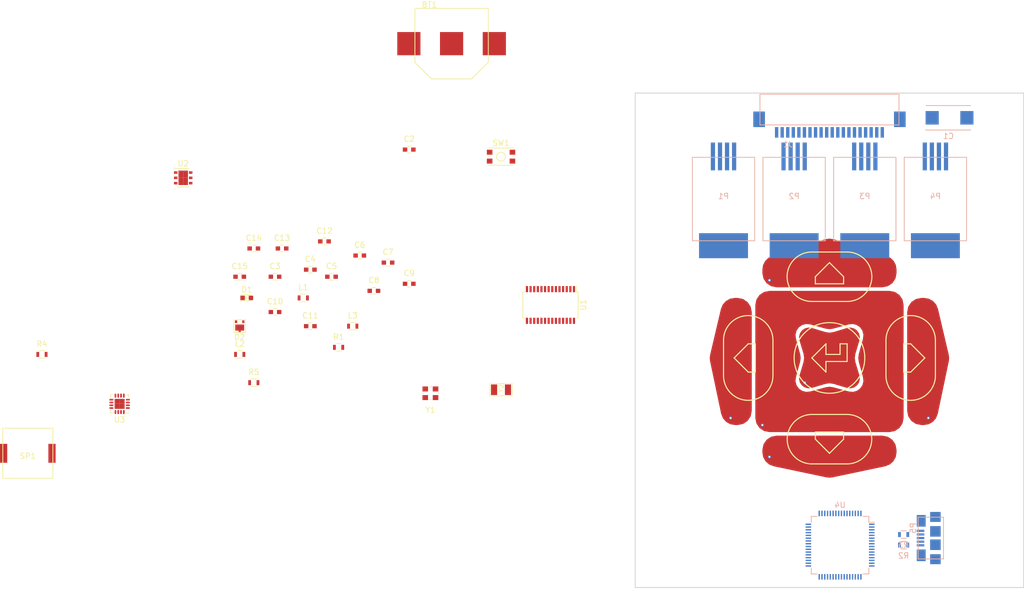
<source format=kicad_pcb>
(kicad_pcb (version 4) (host pcbnew 4.0.2-stable)

  (general
    (links 150)
    (no_connects 150)
    (area 22.74 35.055 207.085001 141.525)
    (thickness 1.6)
    (drawings 50)
    (tracks 0)
    (zones 0)
    (modules 46)
    (nets 56)
  )

  (page A4)
  (layers
    (0 F.Cu signal)
    (31 B.Cu signal)
    (32 B.Adhes user)
    (33 F.Adhes user)
    (34 B.Paste user)
    (35 F.Paste user)
    (36 B.SilkS user)
    (37 F.SilkS user)
    (38 B.Mask user)
    (39 F.Mask user)
    (40 Dwgs.User user)
    (41 Cmts.User user)
    (42 Eco1.User user)
    (43 Eco2.User user)
    (44 Edge.Cuts user)
    (45 Margin user)
    (46 B.CrtYd user)
    (47 F.CrtYd user)
    (48 B.Fab user)
    (49 F.Fab user)
  )

  (setup
    (last_trace_width 0.25)
    (trace_clearance 0.2)
    (zone_clearance 0.508)
    (zone_45_only no)
    (trace_min 0.2)
    (segment_width 0.2)
    (edge_width 0.15)
    (via_size 0.6)
    (via_drill 0.4)
    (via_min_size 0.4)
    (via_min_drill 0.3)
    (uvia_size 0.3)
    (uvia_drill 0.1)
    (uvias_allowed no)
    (uvia_min_size 0.2)
    (uvia_min_drill 0.1)
    (pcb_text_width 0.3)
    (pcb_text_size 1.5 1.5)
    (mod_edge_width 0.15)
    (mod_text_size 1 1)
    (mod_text_width 0.15)
    (pad_size 1.524 1.524)
    (pad_drill 0.762)
    (pad_to_mask_clearance 0.2)
    (aux_axis_origin 0 0)
    (visible_elements 7FFEFF7F)
    (pcbplotparams
      (layerselection 0x00030_80000001)
      (usegerberextensions false)
      (excludeedgelayer true)
      (linewidth 0.100000)
      (plotframeref false)
      (viasonmask false)
      (mode 1)
      (useauxorigin false)
      (hpglpennumber 1)
      (hpglpenspeed 20)
      (hpglpendiameter 15)
      (hpglpenoverlay 2)
      (psnegative false)
      (psa4output false)
      (plotreference true)
      (plotvalue true)
      (plotinvisibletext false)
      (padsonsilk false)
      (subtractmaskfromsilk false)
      (outputformat 1)
      (mirror false)
      (drillshape 1)
      (scaleselection 1)
      (outputdirectory ""))
  )

  (net 0 "")
  (net 1 "Net-(BT1-Pad1)")
  (net 2 GND)
  (net 3 +3V3)
  (net 4 "Net-(C3-Pad1)")
  (net 5 "Net-(C3-Pad2)")
  (net 6 +5V)
  (net 7 "Net-(C8-Pad1)")
  (net 8 "Net-(C10-Pad2)")
  (net 9 /Teensy/AREF)
  (net 10 "Net-(C10-Pad1)")
  (net 11 "Net-(C13-Pad1)")
  (net 12 "Net-(D1-Pad2)")
  (net 13 "Net-(L1-Pad1)")
  (net 14 "Net-(P1-Pad3)")
  (net 15 "Net-(P1-Pad2)")
  (net 16 "Net-(P2-Pad3)")
  (net 17 "Net-(P2-Pad2)")
  (net 18 "Net-(P3-Pad3)")
  (net 19 "Net-(P3-Pad2)")
  (net 20 "Net-(P4-Pad3)")
  (net 21 "Net-(P4-Pad2)")
  (net 22 "Net-(P5-Pad2)")
  (net 23 "Net-(P5-Pad3)")
  (net 24 /Teensy/ID)
  (net 25 /Teensy/13)
  (net 26 "Net-(R2-Pad1)")
  (net 27 "Net-(R3-Pad1)")
  (net 28 "Net-(R5-Pad1)")
  (net 29 /Teensy/6)
  (net 30 "Net-(SW1-Pad2)")
  (net 31 /Teensy/5)
  (net 32 /Teensy/4)
  (net 33 /Teensy/0)
  (net 34 /Teensy/1)
  (net 35 /Teensy/3)
  (net 36 /Teensy/2)
  (net 37 /Teensy/14/A0)
  (net 38 /Teensy/12)
  (net 39 /Teensy/RESET_B)
  (net 40 /Teensy/SWD_DIO)
  (net 41 /Teensy/SWD_CLK)
  (net 42 "Net-(U3-Pad9)")
  (net 43 "Net-(U4-Pad19)")
  (net 44 "Net-(U4-Pad20)")
  (net 45 "Net-(U4-Pad32)")
  (net 46 "Net-(U4-Pad33)")
  (net 47 /Teensy/16/A2)
  (net 48 /Teensy/17/A3)
  (net 49 /Teensy/25)
  (net 50 /Teensy/15/A1)
  (net 51 /Teensy/22/A8)
  (net 52 /Teensy/23/A9)
  (net 53 /Teensy/19/A5)
  (net 54 /Teensy/18/A4)
  (net 55 /Teensy/20/A6)

  (net_class Default "This is the default net class."
    (clearance 0.2)
    (trace_width 0.25)
    (via_dia 0.6)
    (via_drill 0.4)
    (uvia_dia 0.3)
    (uvia_drill 0.1)
    (add_net +3V3)
    (add_net +5V)
    (add_net /Teensy/0)
    (add_net /Teensy/1)
    (add_net /Teensy/12)
    (add_net /Teensy/13)
    (add_net /Teensy/14/A0)
    (add_net /Teensy/15/A1)
    (add_net /Teensy/16/A2)
    (add_net /Teensy/17/A3)
    (add_net /Teensy/18/A4)
    (add_net /Teensy/19/A5)
    (add_net /Teensy/2)
    (add_net /Teensy/20/A6)
    (add_net /Teensy/22/A8)
    (add_net /Teensy/23/A9)
    (add_net /Teensy/25)
    (add_net /Teensy/3)
    (add_net /Teensy/4)
    (add_net /Teensy/5)
    (add_net /Teensy/6)
    (add_net /Teensy/AREF)
    (add_net /Teensy/ID)
    (add_net /Teensy/RESET_B)
    (add_net /Teensy/SWD_CLK)
    (add_net /Teensy/SWD_DIO)
    (add_net GND)
    (add_net "Net-(BT1-Pad1)")
    (add_net "Net-(C10-Pad1)")
    (add_net "Net-(C10-Pad2)")
    (add_net "Net-(C13-Pad1)")
    (add_net "Net-(C3-Pad1)")
    (add_net "Net-(C3-Pad2)")
    (add_net "Net-(C8-Pad1)")
    (add_net "Net-(D1-Pad2)")
    (add_net "Net-(L1-Pad1)")
    (add_net "Net-(P1-Pad2)")
    (add_net "Net-(P1-Pad3)")
    (add_net "Net-(P2-Pad2)")
    (add_net "Net-(P2-Pad3)")
    (add_net "Net-(P3-Pad2)")
    (add_net "Net-(P3-Pad3)")
    (add_net "Net-(P4-Pad2)")
    (add_net "Net-(P4-Pad3)")
    (add_net "Net-(P5-Pad2)")
    (add_net "Net-(P5-Pad3)")
    (add_net "Net-(R2-Pad1)")
    (add_net "Net-(R3-Pad1)")
    (add_net "Net-(R5-Pad1)")
    (add_net "Net-(SW1-Pad2)")
    (add_net "Net-(U3-Pad9)")
    (add_net "Net-(U4-Pad19)")
    (add_net "Net-(U4-Pad20)")
    (add_net "Net-(U4-Pad32)")
    (add_net "Net-(U4-Pad33)")
  )

  (module footprint:BK-885 (layer F.Cu) (tedit 57674F75) (tstamp 5768B31A)
    (at 104.14 43.18)
    (path /5762F329/5766CCF6)
    (fp_text reference BT1 (at -4 -7) (layer F.SilkS)
      (effects (font (size 1 1) (thickness 0.15)))
    )
    (fp_text value Battery (at 0 -0.5) (layer F.Fab) hide
      (effects (font (size 1 1) (thickness 0.15)))
    )
    (fp_line (start -6.6 -6.35) (end -6.6 3.35) (layer F.SilkS) (width 0.15))
    (fp_line (start 6.6 3.35) (end 6.6 -6.35) (layer F.SilkS) (width 0.15))
    (fp_line (start -3.6 6.35) (end 3.6 6.35) (layer F.SilkS) (width 0.15))
    (fp_line (start 6.6 3.35) (end 3.6 6.35) (layer F.SilkS) (width 0.15))
    (fp_line (start -6.6 3.35) (end -3.6 6.35) (layer F.SilkS) (width 0.15))
    (fp_line (start 6.6 -6.35) (end -6.6 -6.35) (layer F.SilkS) (width 0.15))
    (pad 1 smd rect (at -7.685 0) (size 4.17 4.17) (layers F.Cu F.Paste F.Mask)
      (net 1 "Net-(BT1-Pad1)"))
    (pad 2 smd rect (at 0 0) (size 4.17 4.17) (layers F.Cu F.Paste F.Mask)
      (net 2 GND))
    (pad 3 smd rect (at 7.685 0) (size 4.17 4.17) (layers F.Cu F.Paste F.Mask))
  )

  (module Capacitors_SMD:C_0603 (layer F.Cu) (tedit 5415D631) (tstamp 5768B33E)
    (at 96.52 62.23)
    (descr "Capacitor SMD 0603, reflow soldering, AVX (see smccp.pdf)")
    (tags "capacitor 0603")
    (path /5767FF41)
    (attr smd)
    (fp_text reference C2 (at 0 -1.9) (layer F.SilkS)
      (effects (font (size 1 1) (thickness 0.15)))
    )
    (fp_text value 0.1u (at 0 1.9) (layer F.Fab)
      (effects (font (size 1 1) (thickness 0.15)))
    )
    (fp_line (start -1.45 -0.75) (end 1.45 -0.75) (layer F.CrtYd) (width 0.05))
    (fp_line (start -1.45 0.75) (end 1.45 0.75) (layer F.CrtYd) (width 0.05))
    (fp_line (start -1.45 -0.75) (end -1.45 0.75) (layer F.CrtYd) (width 0.05))
    (fp_line (start 1.45 -0.75) (end 1.45 0.75) (layer F.CrtYd) (width 0.05))
    (fp_line (start -0.35 -0.6) (end 0.35 -0.6) (layer F.SilkS) (width 0.15))
    (fp_line (start 0.35 0.6) (end -0.35 0.6) (layer F.SilkS) (width 0.15))
    (pad 1 smd rect (at -0.75 0) (size 0.8 0.75) (layers F.Cu F.Paste F.Mask)
      (net 3 +3V3))
    (pad 2 smd rect (at 0.75 0) (size 0.8 0.75) (layers F.Cu F.Paste F.Mask)
      (net 2 GND))
    (model Capacitors_SMD.3dshapes/C_0603.wrl
      (at (xyz 0 0 0))
      (scale (xyz 1 1 1))
      (rotate (xyz 0 0 0))
    )
  )

  (module Capacitors_SMD:C_0603 (layer F.Cu) (tedit 5415D631) (tstamp 5768B34A)
    (at 72.39 85.09)
    (descr "Capacitor SMD 0603, reflow soldering, AVX (see smccp.pdf)")
    (tags "capacitor 0603")
    (path /575B9B43)
    (attr smd)
    (fp_text reference C3 (at 0 -1.9) (layer F.SilkS)
      (effects (font (size 1 1) (thickness 0.15)))
    )
    (fp_text value 0.1u (at 0 1.9) (layer F.Fab)
      (effects (font (size 1 1) (thickness 0.15)))
    )
    (fp_line (start -1.45 -0.75) (end 1.45 -0.75) (layer F.CrtYd) (width 0.05))
    (fp_line (start -1.45 0.75) (end 1.45 0.75) (layer F.CrtYd) (width 0.05))
    (fp_line (start -1.45 -0.75) (end -1.45 0.75) (layer F.CrtYd) (width 0.05))
    (fp_line (start 1.45 -0.75) (end 1.45 0.75) (layer F.CrtYd) (width 0.05))
    (fp_line (start -0.35 -0.6) (end 0.35 -0.6) (layer F.SilkS) (width 0.15))
    (fp_line (start 0.35 0.6) (end -0.35 0.6) (layer F.SilkS) (width 0.15))
    (pad 1 smd rect (at -0.75 0) (size 0.8 0.75) (layers F.Cu F.Paste F.Mask)
      (net 4 "Net-(C3-Pad1)"))
    (pad 2 smd rect (at 0.75 0) (size 0.8 0.75) (layers F.Cu F.Paste F.Mask)
      (net 5 "Net-(C3-Pad2)"))
    (model Capacitors_SMD.3dshapes/C_0603.wrl
      (at (xyz 0 0 0))
      (scale (xyz 1 1 1))
      (rotate (xyz 0 0 0))
    )
  )

  (module Capacitors_SMD:C_0603 (layer F.Cu) (tedit 5415D631) (tstamp 5768B356)
    (at 78.74 83.82)
    (descr "Capacitor SMD 0603, reflow soldering, AVX (see smccp.pdf)")
    (tags "capacitor 0603")
    (path /575BA40F)
    (attr smd)
    (fp_text reference C4 (at 0 -1.9) (layer F.SilkS)
      (effects (font (size 1 1) (thickness 0.15)))
    )
    (fp_text value 0.1u (at 0 1.9) (layer F.Fab)
      (effects (font (size 1 1) (thickness 0.15)))
    )
    (fp_line (start -1.45 -0.75) (end 1.45 -0.75) (layer F.CrtYd) (width 0.05))
    (fp_line (start -1.45 0.75) (end 1.45 0.75) (layer F.CrtYd) (width 0.05))
    (fp_line (start -1.45 -0.75) (end -1.45 0.75) (layer F.CrtYd) (width 0.05))
    (fp_line (start 1.45 -0.75) (end 1.45 0.75) (layer F.CrtYd) (width 0.05))
    (fp_line (start -0.35 -0.6) (end 0.35 -0.6) (layer F.SilkS) (width 0.15))
    (fp_line (start 0.35 0.6) (end -0.35 0.6) (layer F.SilkS) (width 0.15))
    (pad 1 smd rect (at -0.75 0) (size 0.8 0.75) (layers F.Cu F.Paste F.Mask)
      (net 6 +5V))
    (pad 2 smd rect (at 0.75 0) (size 0.8 0.75) (layers F.Cu F.Paste F.Mask)
      (net 2 GND))
    (model Capacitors_SMD.3dshapes/C_0603.wrl
      (at (xyz 0 0 0))
      (scale (xyz 1 1 1))
      (rotate (xyz 0 0 0))
    )
  )

  (module Capacitors_SMD:C_0603 (layer F.Cu) (tedit 5415D631) (tstamp 5768B362)
    (at 82.55 85.09)
    (descr "Capacitor SMD 0603, reflow soldering, AVX (see smccp.pdf)")
    (tags "capacitor 0603")
    (path /5762F329/5763F87B)
    (attr smd)
    (fp_text reference C5 (at 0 -1.9) (layer F.SilkS)
      (effects (font (size 1 1) (thickness 0.15)))
    )
    (fp_text value 2.2u (at 0 1.9) (layer F.Fab)
      (effects (font (size 1 1) (thickness 0.15)))
    )
    (fp_line (start -1.45 -0.75) (end 1.45 -0.75) (layer F.CrtYd) (width 0.05))
    (fp_line (start -1.45 0.75) (end 1.45 0.75) (layer F.CrtYd) (width 0.05))
    (fp_line (start -1.45 -0.75) (end -1.45 0.75) (layer F.CrtYd) (width 0.05))
    (fp_line (start 1.45 -0.75) (end 1.45 0.75) (layer F.CrtYd) (width 0.05))
    (fp_line (start -0.35 -0.6) (end 0.35 -0.6) (layer F.SilkS) (width 0.15))
    (fp_line (start 0.35 0.6) (end -0.35 0.6) (layer F.SilkS) (width 0.15))
    (pad 1 smd rect (at -0.75 0) (size 0.8 0.75) (layers F.Cu F.Paste F.Mask)
      (net 6 +5V))
    (pad 2 smd rect (at 0.75 0) (size 0.8 0.75) (layers F.Cu F.Paste F.Mask)
      (net 2 GND))
    (model Capacitors_SMD.3dshapes/C_0603.wrl
      (at (xyz 0 0 0))
      (scale (xyz 1 1 1))
      (rotate (xyz 0 0 0))
    )
  )

  (module Capacitors_SMD:C_0603 (layer F.Cu) (tedit 5415D631) (tstamp 5768B36E)
    (at 87.63 81.28)
    (descr "Capacitor SMD 0603, reflow soldering, AVX (see smccp.pdf)")
    (tags "capacitor 0603")
    (path /5762F329/5763100F)
    (attr smd)
    (fp_text reference C6 (at 0 -1.9) (layer F.SilkS)
      (effects (font (size 1 1) (thickness 0.15)))
    )
    (fp_text value 0.1u (at 0 1.9) (layer F.Fab)
      (effects (font (size 1 1) (thickness 0.15)))
    )
    (fp_line (start -1.45 -0.75) (end 1.45 -0.75) (layer F.CrtYd) (width 0.05))
    (fp_line (start -1.45 0.75) (end 1.45 0.75) (layer F.CrtYd) (width 0.05))
    (fp_line (start -1.45 -0.75) (end -1.45 0.75) (layer F.CrtYd) (width 0.05))
    (fp_line (start 1.45 -0.75) (end 1.45 0.75) (layer F.CrtYd) (width 0.05))
    (fp_line (start -0.35 -0.6) (end 0.35 -0.6) (layer F.SilkS) (width 0.15))
    (fp_line (start 0.35 0.6) (end -0.35 0.6) (layer F.SilkS) (width 0.15))
    (pad 1 smd rect (at -0.75 0) (size 0.8 0.75) (layers F.Cu F.Paste F.Mask)
      (net 3 +3V3))
    (pad 2 smd rect (at 0.75 0) (size 0.8 0.75) (layers F.Cu F.Paste F.Mask)
      (net 2 GND))
    (model Capacitors_SMD.3dshapes/C_0603.wrl
      (at (xyz 0 0 0))
      (scale (xyz 1 1 1))
      (rotate (xyz 0 0 0))
    )
  )

  (module Capacitors_SMD:C_0603 (layer F.Cu) (tedit 5415D631) (tstamp 5768B37A)
    (at 92.71 82.55)
    (descr "Capacitor SMD 0603, reflow soldering, AVX (see smccp.pdf)")
    (tags "capacitor 0603")
    (path /5762F329/5763F928)
    (attr smd)
    (fp_text reference C7 (at 0 -1.9) (layer F.SilkS)
      (effects (font (size 1 1) (thickness 0.15)))
    )
    (fp_text value 2.2u (at 0 1.9) (layer F.Fab)
      (effects (font (size 1 1) (thickness 0.15)))
    )
    (fp_line (start -1.45 -0.75) (end 1.45 -0.75) (layer F.CrtYd) (width 0.05))
    (fp_line (start -1.45 0.75) (end 1.45 0.75) (layer F.CrtYd) (width 0.05))
    (fp_line (start -1.45 -0.75) (end -1.45 0.75) (layer F.CrtYd) (width 0.05))
    (fp_line (start 1.45 -0.75) (end 1.45 0.75) (layer F.CrtYd) (width 0.05))
    (fp_line (start -0.35 -0.6) (end 0.35 -0.6) (layer F.SilkS) (width 0.15))
    (fp_line (start 0.35 0.6) (end -0.35 0.6) (layer F.SilkS) (width 0.15))
    (pad 1 smd rect (at -0.75 0) (size 0.8 0.75) (layers F.Cu F.Paste F.Mask)
      (net 3 +3V3))
    (pad 2 smd rect (at 0.75 0) (size 0.8 0.75) (layers F.Cu F.Paste F.Mask)
      (net 2 GND))
    (model Capacitors_SMD.3dshapes/C_0603.wrl
      (at (xyz 0 0 0))
      (scale (xyz 1 1 1))
      (rotate (xyz 0 0 0))
    )
  )

  (module Capacitors_SMD:C_0603 (layer F.Cu) (tedit 5415D631) (tstamp 5768B386)
    (at 90.17 87.63)
    (descr "Capacitor SMD 0603, reflow soldering, AVX (see smccp.pdf)")
    (tags "capacitor 0603")
    (path /5762F329/5763105E)
    (attr smd)
    (fp_text reference C8 (at 0 -1.9) (layer F.SilkS)
      (effects (font (size 1 1) (thickness 0.15)))
    )
    (fp_text value 2.2u (at 0 1.9) (layer F.Fab)
      (effects (font (size 1 1) (thickness 0.15)))
    )
    (fp_line (start -1.45 -0.75) (end 1.45 -0.75) (layer F.CrtYd) (width 0.05))
    (fp_line (start -1.45 0.75) (end 1.45 0.75) (layer F.CrtYd) (width 0.05))
    (fp_line (start -1.45 -0.75) (end -1.45 0.75) (layer F.CrtYd) (width 0.05))
    (fp_line (start 1.45 -0.75) (end 1.45 0.75) (layer F.CrtYd) (width 0.05))
    (fp_line (start -0.35 -0.6) (end 0.35 -0.6) (layer F.SilkS) (width 0.15))
    (fp_line (start 0.35 0.6) (end -0.35 0.6) (layer F.SilkS) (width 0.15))
    (pad 1 smd rect (at -0.75 0) (size 0.8 0.75) (layers F.Cu F.Paste F.Mask)
      (net 7 "Net-(C8-Pad1)"))
    (pad 2 smd rect (at 0.75 0) (size 0.8 0.75) (layers F.Cu F.Paste F.Mask)
      (net 8 "Net-(C10-Pad2)"))
    (model Capacitors_SMD.3dshapes/C_0603.wrl
      (at (xyz 0 0 0))
      (scale (xyz 1 1 1))
      (rotate (xyz 0 0 0))
    )
  )

  (module Capacitors_SMD:C_0603 (layer F.Cu) (tedit 5415D631) (tstamp 5768B392)
    (at 96.52 86.36)
    (descr "Capacitor SMD 0603, reflow soldering, AVX (see smccp.pdf)")
    (tags "capacitor 0603")
    (path /5762F329/5763104C)
    (attr smd)
    (fp_text reference C9 (at 0 -1.9) (layer F.SilkS)
      (effects (font (size 1 1) (thickness 0.15)))
    )
    (fp_text value 0.1u (at 0 1.9) (layer F.Fab)
      (effects (font (size 1 1) (thickness 0.15)))
    )
    (fp_line (start -1.45 -0.75) (end 1.45 -0.75) (layer F.CrtYd) (width 0.05))
    (fp_line (start -1.45 0.75) (end 1.45 0.75) (layer F.CrtYd) (width 0.05))
    (fp_line (start -1.45 -0.75) (end -1.45 0.75) (layer F.CrtYd) (width 0.05))
    (fp_line (start 1.45 -0.75) (end 1.45 0.75) (layer F.CrtYd) (width 0.05))
    (fp_line (start -0.35 -0.6) (end 0.35 -0.6) (layer F.SilkS) (width 0.15))
    (fp_line (start 0.35 0.6) (end -0.35 0.6) (layer F.SilkS) (width 0.15))
    (pad 1 smd rect (at -0.75 0) (size 0.8 0.75) (layers F.Cu F.Paste F.Mask)
      (net 9 /Teensy/AREF))
    (pad 2 smd rect (at 0.75 0) (size 0.8 0.75) (layers F.Cu F.Paste F.Mask)
      (net 8 "Net-(C10-Pad2)"))
    (model Capacitors_SMD.3dshapes/C_0603.wrl
      (at (xyz 0 0 0))
      (scale (xyz 1 1 1))
      (rotate (xyz 0 0 0))
    )
  )

  (module Capacitors_SMD:C_0603 (layer F.Cu) (tedit 5415D631) (tstamp 5768B39E)
    (at 72.39 91.44)
    (descr "Capacitor SMD 0603, reflow soldering, AVX (see smccp.pdf)")
    (tags "capacitor 0603")
    (path /5762F329/57631040)
    (attr smd)
    (fp_text reference C10 (at 0 -1.9) (layer F.SilkS)
      (effects (font (size 1 1) (thickness 0.15)))
    )
    (fp_text value 0.1u (at 0 1.9) (layer F.Fab)
      (effects (font (size 1 1) (thickness 0.15)))
    )
    (fp_line (start -1.45 -0.75) (end 1.45 -0.75) (layer F.CrtYd) (width 0.05))
    (fp_line (start -1.45 0.75) (end 1.45 0.75) (layer F.CrtYd) (width 0.05))
    (fp_line (start -1.45 -0.75) (end -1.45 0.75) (layer F.CrtYd) (width 0.05))
    (fp_line (start 1.45 -0.75) (end 1.45 0.75) (layer F.CrtYd) (width 0.05))
    (fp_line (start -0.35 -0.6) (end 0.35 -0.6) (layer F.SilkS) (width 0.15))
    (fp_line (start 0.35 0.6) (end -0.35 0.6) (layer F.SilkS) (width 0.15))
    (pad 1 smd rect (at -0.75 0) (size 0.8 0.75) (layers F.Cu F.Paste F.Mask)
      (net 10 "Net-(C10-Pad1)"))
    (pad 2 smd rect (at 0.75 0) (size 0.8 0.75) (layers F.Cu F.Paste F.Mask)
      (net 8 "Net-(C10-Pad2)"))
    (model Capacitors_SMD.3dshapes/C_0603.wrl
      (at (xyz 0 0 0))
      (scale (xyz 1 1 1))
      (rotate (xyz 0 0 0))
    )
  )

  (module Capacitors_SMD:C_0603 (layer F.Cu) (tedit 5415D631) (tstamp 5768B3AA)
    (at 78.74 93.98)
    (descr "Capacitor SMD 0603, reflow soldering, AVX (see smccp.pdf)")
    (tags "capacitor 0603")
    (path /5762F329/57631091)
    (attr smd)
    (fp_text reference C11 (at 0 -1.9) (layer F.SilkS)
      (effects (font (size 1 1) (thickness 0.15)))
    )
    (fp_text value 0.1u (at 0 1.9) (layer F.Fab)
      (effects (font (size 1 1) (thickness 0.15)))
    )
    (fp_line (start -1.45 -0.75) (end 1.45 -0.75) (layer F.CrtYd) (width 0.05))
    (fp_line (start -1.45 0.75) (end 1.45 0.75) (layer F.CrtYd) (width 0.05))
    (fp_line (start -1.45 -0.75) (end -1.45 0.75) (layer F.CrtYd) (width 0.05))
    (fp_line (start 1.45 -0.75) (end 1.45 0.75) (layer F.CrtYd) (width 0.05))
    (fp_line (start -0.35 -0.6) (end 0.35 -0.6) (layer F.SilkS) (width 0.15))
    (fp_line (start 0.35 0.6) (end -0.35 0.6) (layer F.SilkS) (width 0.15))
    (pad 1 smd rect (at -0.75 0) (size 0.8 0.75) (layers F.Cu F.Paste F.Mask)
      (net 3 +3V3))
    (pad 2 smd rect (at 0.75 0) (size 0.8 0.75) (layers F.Cu F.Paste F.Mask)
      (net 2 GND))
    (model Capacitors_SMD.3dshapes/C_0603.wrl
      (at (xyz 0 0 0))
      (scale (xyz 1 1 1))
      (rotate (xyz 0 0 0))
    )
  )

  (module Capacitors_SMD:C_0603 (layer F.Cu) (tedit 5415D631) (tstamp 5768B3B6)
    (at 81.28 78.74)
    (descr "Capacitor SMD 0603, reflow soldering, AVX (see smccp.pdf)")
    (tags "capacitor 0603")
    (path /5762F329/5763108A)
    (attr smd)
    (fp_text reference C12 (at 0 -1.9) (layer F.SilkS)
      (effects (font (size 1 1) (thickness 0.15)))
    )
    (fp_text value 0.1u (at 0 1.9) (layer F.Fab)
      (effects (font (size 1 1) (thickness 0.15)))
    )
    (fp_line (start -1.45 -0.75) (end 1.45 -0.75) (layer F.CrtYd) (width 0.05))
    (fp_line (start -1.45 0.75) (end 1.45 0.75) (layer F.CrtYd) (width 0.05))
    (fp_line (start -1.45 -0.75) (end -1.45 0.75) (layer F.CrtYd) (width 0.05))
    (fp_line (start 1.45 -0.75) (end 1.45 0.75) (layer F.CrtYd) (width 0.05))
    (fp_line (start -0.35 -0.6) (end 0.35 -0.6) (layer F.SilkS) (width 0.15))
    (fp_line (start 0.35 0.6) (end -0.35 0.6) (layer F.SilkS) (width 0.15))
    (pad 1 smd rect (at -0.75 0) (size 0.8 0.75) (layers F.Cu F.Paste F.Mask)
      (net 3 +3V3))
    (pad 2 smd rect (at 0.75 0) (size 0.8 0.75) (layers F.Cu F.Paste F.Mask)
      (net 2 GND))
    (model Capacitors_SMD.3dshapes/C_0603.wrl
      (at (xyz 0 0 0))
      (scale (xyz 1 1 1))
      (rotate (xyz 0 0 0))
    )
  )

  (module Capacitors_SMD:C_0603 (layer F.Cu) (tedit 5415D631) (tstamp 5768B3C2)
    (at 73.66 80.01)
    (descr "Capacitor SMD 0603, reflow soldering, AVX (see smccp.pdf)")
    (tags "capacitor 0603")
    (path /5762F329/57631024)
    (attr smd)
    (fp_text reference C13 (at 0 -1.9) (layer F.SilkS)
      (effects (font (size 1 1) (thickness 0.15)))
    )
    (fp_text value 0.1u (at 0 1.9) (layer F.Fab)
      (effects (font (size 1 1) (thickness 0.15)))
    )
    (fp_line (start -1.45 -0.75) (end 1.45 -0.75) (layer F.CrtYd) (width 0.05))
    (fp_line (start -1.45 0.75) (end 1.45 0.75) (layer F.CrtYd) (width 0.05))
    (fp_line (start -1.45 -0.75) (end -1.45 0.75) (layer F.CrtYd) (width 0.05))
    (fp_line (start 1.45 -0.75) (end 1.45 0.75) (layer F.CrtYd) (width 0.05))
    (fp_line (start -0.35 -0.6) (end 0.35 -0.6) (layer F.SilkS) (width 0.15))
    (fp_line (start 0.35 0.6) (end -0.35 0.6) (layer F.SilkS) (width 0.15))
    (pad 1 smd rect (at -0.75 0) (size 0.8 0.75) (layers F.Cu F.Paste F.Mask)
      (net 11 "Net-(C13-Pad1)"))
    (pad 2 smd rect (at 0.75 0) (size 0.8 0.75) (layers F.Cu F.Paste F.Mask)
      (net 2 GND))
    (model Capacitors_SMD.3dshapes/C_0603.wrl
      (at (xyz 0 0 0))
      (scale (xyz 1 1 1))
      (rotate (xyz 0 0 0))
    )
  )

  (module Capacitors_SMD:C_0603 (layer F.Cu) (tedit 5415D631) (tstamp 5768B3CE)
    (at 68.58 80.01)
    (descr "Capacitor SMD 0603, reflow soldering, AVX (see smccp.pdf)")
    (tags "capacitor 0603")
    (path /5762F329/57631083)
    (attr smd)
    (fp_text reference C14 (at 0 -1.9) (layer F.SilkS)
      (effects (font (size 1 1) (thickness 0.15)))
    )
    (fp_text value 0.1u (at 0 1.9) (layer F.Fab)
      (effects (font (size 1 1) (thickness 0.15)))
    )
    (fp_line (start -1.45 -0.75) (end 1.45 -0.75) (layer F.CrtYd) (width 0.05))
    (fp_line (start -1.45 0.75) (end 1.45 0.75) (layer F.CrtYd) (width 0.05))
    (fp_line (start -1.45 -0.75) (end -1.45 0.75) (layer F.CrtYd) (width 0.05))
    (fp_line (start 1.45 -0.75) (end 1.45 0.75) (layer F.CrtYd) (width 0.05))
    (fp_line (start -0.35 -0.6) (end 0.35 -0.6) (layer F.SilkS) (width 0.15))
    (fp_line (start 0.35 0.6) (end -0.35 0.6) (layer F.SilkS) (width 0.15))
    (pad 1 smd rect (at -0.75 0) (size 0.8 0.75) (layers F.Cu F.Paste F.Mask)
      (net 3 +3V3))
    (pad 2 smd rect (at 0.75 0) (size 0.8 0.75) (layers F.Cu F.Paste F.Mask)
      (net 2 GND))
    (model Capacitors_SMD.3dshapes/C_0603.wrl
      (at (xyz 0 0 0))
      (scale (xyz 1 1 1))
      (rotate (xyz 0 0 0))
    )
  )

  (module Capacitors_SMD:C_0603 (layer F.Cu) (tedit 5415D631) (tstamp 5768B3DA)
    (at 66.04 85.09)
    (descr "Capacitor SMD 0603, reflow soldering, AVX (see smccp.pdf)")
    (tags "capacitor 0603")
    (path /5762F329/5763107C)
    (attr smd)
    (fp_text reference C15 (at 0 -1.9) (layer F.SilkS)
      (effects (font (size 1 1) (thickness 0.15)))
    )
    (fp_text value 2.2u (at 0 1.9) (layer F.Fab)
      (effects (font (size 1 1) (thickness 0.15)))
    )
    (fp_line (start -1.45 -0.75) (end 1.45 -0.75) (layer F.CrtYd) (width 0.05))
    (fp_line (start -1.45 0.75) (end 1.45 0.75) (layer F.CrtYd) (width 0.05))
    (fp_line (start -1.45 -0.75) (end -1.45 0.75) (layer F.CrtYd) (width 0.05))
    (fp_line (start 1.45 -0.75) (end 1.45 0.75) (layer F.CrtYd) (width 0.05))
    (fp_line (start -0.35 -0.6) (end 0.35 -0.6) (layer F.SilkS) (width 0.15))
    (fp_line (start 0.35 0.6) (end -0.35 0.6) (layer F.SilkS) (width 0.15))
    (pad 1 smd rect (at -0.75 0) (size 0.8 0.75) (layers F.Cu F.Paste F.Mask)
      (net 3 +3V3))
    (pad 2 smd rect (at 0.75 0) (size 0.8 0.75) (layers F.Cu F.Paste F.Mask)
      (net 2 GND))
    (model Capacitors_SMD.3dshapes/C_0603.wrl
      (at (xyz 0 0 0))
      (scale (xyz 1 1 1))
      (rotate (xyz 0 0 0))
    )
  )

  (module LEDs:LED_0603 (layer F.Cu) (tedit 55BDE255) (tstamp 5768B3EB)
    (at 67.31 88.9)
    (descr "LED 0603 smd package")
    (tags "LED led 0603 SMD smd SMT smt smdled SMDLED smtled SMTLED")
    (path /57679070)
    (attr smd)
    (fp_text reference D1 (at 0 -1.5) (layer F.SilkS)
      (effects (font (size 1 1) (thickness 0.15)))
    )
    (fp_text value LED (at 0 1.5) (layer F.Fab)
      (effects (font (size 1 1) (thickness 0.15)))
    )
    (fp_line (start -1.1 0.55) (end 0.8 0.55) (layer F.SilkS) (width 0.15))
    (fp_line (start -1.1 -0.55) (end 0.8 -0.55) (layer F.SilkS) (width 0.15))
    (fp_line (start -0.2 0) (end 0.25 0) (layer F.SilkS) (width 0.15))
    (fp_line (start -0.25 -0.25) (end -0.25 0.25) (layer F.SilkS) (width 0.15))
    (fp_line (start -0.25 0) (end 0 -0.25) (layer F.SilkS) (width 0.15))
    (fp_line (start 0 -0.25) (end 0 0.25) (layer F.SilkS) (width 0.15))
    (fp_line (start 0 0.25) (end -0.25 0) (layer F.SilkS) (width 0.15))
    (fp_line (start 1.4 -0.75) (end 1.4 0.75) (layer F.CrtYd) (width 0.05))
    (fp_line (start 1.4 0.75) (end -1.4 0.75) (layer F.CrtYd) (width 0.05))
    (fp_line (start -1.4 0.75) (end -1.4 -0.75) (layer F.CrtYd) (width 0.05))
    (fp_line (start -1.4 -0.75) (end 1.4 -0.75) (layer F.CrtYd) (width 0.05))
    (pad 2 smd rect (at 0.7493 0 180) (size 0.79756 0.79756) (layers F.Cu F.Paste F.Mask)
      (net 12 "Net-(D1-Pad2)"))
    (pad 1 smd rect (at -0.7493 0 180) (size 0.79756 0.79756) (layers F.Cu F.Paste F.Mask)
      (net 2 GND))
    (model LEDs.3dshapes/LED_0603.wrl
      (at (xyz 0 0 0))
      (scale (xyz 1 1 1))
      (rotate (xyz 0 0 180))
    )
  )

  (module footprint:SOT1061 (layer F.Cu) (tedit 5768AEC0) (tstamp 5768B3F7)
    (at 66.04 93.98)
    (path /5762F329/57671962)
    (fp_text reference D2 (at -0.02 1.96) (layer F.SilkS)
      (effects (font (size 1 1) (thickness 0.15)))
    )
    (fp_text value PMEG4010CPA (at 0.02 -1.88) (layer F.Fab)
      (effects (font (size 1 1) (thickness 0.15)))
    )
    (fp_line (start -1.05 1.15) (end 1.05 1.15) (layer F.SilkS) (width 0.15))
    (fp_line (start -1.05 -1.15) (end 1.05 -1.15) (layer F.SilkS) (width 0.15))
    (fp_line (start -1.05 -1.15) (end -1.05 1.15) (layer F.SilkS) (width 0.15))
    (fp_line (start 1.05 -1.15) (end 1.05 1.15) (layer F.SilkS) (width 0.15))
    (pad 1 smd rect (at -0.65 -0.8) (size 0.4 0.5) (layers F.Cu F.Paste F.Mask)
      (net 1 "Net-(BT1-Pad1)"))
    (pad 2 smd rect (at 0.65 -0.8) (size 0.4 0.5) (layers F.Cu F.Paste F.Mask)
      (net 3 +3V3))
    (pad 3 smd rect (at 0 0.25) (size 1.6 1.1) (layers F.Cu F.Paste F.Mask)
      (net 11 "Net-(C13-Pad1)"))
    (pad 3 smd rect (at 0 0.925) (size 0.4 0.25) (layers F.Cu F.Paste F.Mask)
      (net 11 "Net-(C13-Pad1)"))
  )

  (module Resistors_SMD:R_0603 (layer F.Cu) (tedit 5415CC62) (tstamp 5768B403)
    (at 77.47 88.9)
    (descr "Resistor SMD 0603, reflow soldering, Vishay (see dcrcw.pdf)")
    (tags "resistor 0603")
    (path /5762F329/5766D693)
    (attr smd)
    (fp_text reference L1 (at 0 -1.9) (layer F.SilkS)
      (effects (font (size 1 1) (thickness 0.15)))
    )
    (fp_text value "600 Ohm/100 MHz" (at 0 1.9) (layer F.Fab)
      (effects (font (size 1 1) (thickness 0.15)))
    )
    (fp_line (start -1.3 -0.8) (end 1.3 -0.8) (layer F.CrtYd) (width 0.05))
    (fp_line (start -1.3 0.8) (end 1.3 0.8) (layer F.CrtYd) (width 0.05))
    (fp_line (start -1.3 -0.8) (end -1.3 0.8) (layer F.CrtYd) (width 0.05))
    (fp_line (start 1.3 -0.8) (end 1.3 0.8) (layer F.CrtYd) (width 0.05))
    (fp_line (start 0.5 0.675) (end -0.5 0.675) (layer F.SilkS) (width 0.15))
    (fp_line (start -0.5 -0.675) (end 0.5 -0.675) (layer F.SilkS) (width 0.15))
    (pad 1 smd rect (at -0.75 0) (size 0.5 0.9) (layers F.Cu F.Paste F.Mask)
      (net 13 "Net-(L1-Pad1)"))
    (pad 2 smd rect (at 0.75 0) (size 0.5 0.9) (layers F.Cu F.Paste F.Mask)
      (net 2 GND))
    (model Resistors_SMD.3dshapes/R_0603.wrl
      (at (xyz 0 0 0))
      (scale (xyz 1 1 1))
      (rotate (xyz 0 0 0))
    )
  )

  (module Resistors_SMD:R_0603 (layer F.Cu) (tedit 5415CC62) (tstamp 5768B40F)
    (at 66.04 99.06)
    (descr "Resistor SMD 0603, reflow soldering, Vishay (see dcrcw.pdf)")
    (tags "resistor 0603")
    (path /5762F329/57631039)
    (attr smd)
    (fp_text reference L2 (at 0 -1.9) (layer F.SilkS)
      (effects (font (size 1 1) (thickness 0.15)))
    )
    (fp_text value "600 Ohm/100 Mhz" (at 0 1.9) (layer F.Fab)
      (effects (font (size 1 1) (thickness 0.15)))
    )
    (fp_line (start -1.3 -0.8) (end 1.3 -0.8) (layer F.CrtYd) (width 0.05))
    (fp_line (start -1.3 0.8) (end 1.3 0.8) (layer F.CrtYd) (width 0.05))
    (fp_line (start -1.3 -0.8) (end -1.3 0.8) (layer F.CrtYd) (width 0.05))
    (fp_line (start 1.3 -0.8) (end 1.3 0.8) (layer F.CrtYd) (width 0.05))
    (fp_line (start 0.5 0.675) (end -0.5 0.675) (layer F.SilkS) (width 0.15))
    (fp_line (start -0.5 -0.675) (end 0.5 -0.675) (layer F.SilkS) (width 0.15))
    (pad 1 smd rect (at -0.75 0) (size 0.5 0.9) (layers F.Cu F.Paste F.Mask)
      (net 2 GND))
    (pad 2 smd rect (at 0.75 0) (size 0.5 0.9) (layers F.Cu F.Paste F.Mask)
      (net 8 "Net-(C10-Pad2)"))
    (model Resistors_SMD.3dshapes/R_0603.wrl
      (at (xyz 0 0 0))
      (scale (xyz 1 1 1))
      (rotate (xyz 0 0 0))
    )
  )

  (module Resistors_SMD:R_0603 (layer F.Cu) (tedit 5415CC62) (tstamp 5768B41B)
    (at 86.36 93.98)
    (descr "Resistor SMD 0603, reflow soldering, Vishay (see dcrcw.pdf)")
    (tags "resistor 0603")
    (path /5762F329/5763106E)
    (attr smd)
    (fp_text reference L3 (at 0 -1.9) (layer F.SilkS)
      (effects (font (size 1 1) (thickness 0.15)))
    )
    (fp_text value "600 Ohm/100 MHz" (at 0 1.9) (layer F.Fab)
      (effects (font (size 1 1) (thickness 0.15)))
    )
    (fp_line (start -1.3 -0.8) (end 1.3 -0.8) (layer F.CrtYd) (width 0.05))
    (fp_line (start -1.3 0.8) (end 1.3 0.8) (layer F.CrtYd) (width 0.05))
    (fp_line (start -1.3 -0.8) (end -1.3 0.8) (layer F.CrtYd) (width 0.05))
    (fp_line (start 1.3 -0.8) (end 1.3 0.8) (layer F.CrtYd) (width 0.05))
    (fp_line (start 0.5 0.675) (end -0.5 0.675) (layer F.SilkS) (width 0.15))
    (fp_line (start -0.5 -0.675) (end 0.5 -0.675) (layer F.SilkS) (width 0.15))
    (pad 1 smd rect (at -0.75 0) (size 0.5 0.9) (layers F.Cu F.Paste F.Mask)
      (net 3 +3V3))
    (pad 2 smd rect (at 0.75 0) (size 0.5 0.9) (layers F.Cu F.Paste F.Mask)
      (net 7 "Net-(C8-Pad1)"))
    (model Resistors_SMD.3dshapes/R_0603.wrl
      (at (xyz 0 0 0))
      (scale (xyz 1 1 1))
      (rotate (xyz 0 0 0))
    )
  )

  (module footprint:0855135016 (layer B.Cu) (tedit 57675265) (tstamp 5768B428)
    (at 153.035 71.12)
    (path /575B9193)
    (fp_text reference P1 (at 0 -0.5) (layer B.SilkS)
      (effects (font (size 1 1) (thickness 0.15)) (justify mirror))
    )
    (fp_text value CONN_01X04 (at 0 0.5) (layer B.Fab) hide
      (effects (font (size 1 1) (thickness 0.15)) (justify mirror))
    )
    (fp_line (start -5.6 7.5) (end 5.6 7.5) (layer B.SilkS) (width 0.15))
    (fp_line (start 5.6 7.5) (end 5.6 -7.5) (layer B.SilkS) (width 0.15))
    (fp_line (start 5.6 -7.5) (end -5.6 -7.5) (layer B.SilkS) (width 0.15))
    (fp_line (start -5.6 -7.5) (end -5.6 7.5) (layer B.SilkS) (width 0.15))
    (pad 4 smd rect (at -1.905 -7.66) (size 0.76 5) (layers B.Cu B.Paste B.Mask)
      (net 2 GND))
    (pad 3 smd rect (at -0.635 -7.66) (size 0.76 5) (layers B.Cu B.Paste B.Mask)
      (net 14 "Net-(P1-Pad3)"))
    (pad 2 smd rect (at 0.635 -7.66) (size 0.76 5) (layers B.Cu B.Paste B.Mask)
      (net 15 "Net-(P1-Pad2)"))
    (pad 1 smd rect (at 1.905 -7.66) (size 0.76 5) (layers B.Cu B.Paste B.Mask)
      (net 6 +5V))
    (pad 5 smd rect (at 0 8.39) (size 8.8 4.5) (layers B.Cu B.Paste B.Mask))
  )

  (module footprint:0855135016 (layer B.Cu) (tedit 57675265) (tstamp 5768B435)
    (at 165.735 71.12)
    (path /575B91DC)
    (fp_text reference P2 (at 0 -0.5) (layer B.SilkS)
      (effects (font (size 1 1) (thickness 0.15)) (justify mirror))
    )
    (fp_text value CONN_01X04 (at 0 0.5) (layer B.Fab) hide
      (effects (font (size 1 1) (thickness 0.15)) (justify mirror))
    )
    (fp_line (start -5.6 7.5) (end 5.6 7.5) (layer B.SilkS) (width 0.15))
    (fp_line (start 5.6 7.5) (end 5.6 -7.5) (layer B.SilkS) (width 0.15))
    (fp_line (start 5.6 -7.5) (end -5.6 -7.5) (layer B.SilkS) (width 0.15))
    (fp_line (start -5.6 -7.5) (end -5.6 7.5) (layer B.SilkS) (width 0.15))
    (pad 4 smd rect (at -1.905 -7.66) (size 0.76 5) (layers B.Cu B.Paste B.Mask)
      (net 2 GND))
    (pad 3 smd rect (at -0.635 -7.66) (size 0.76 5) (layers B.Cu B.Paste B.Mask)
      (net 16 "Net-(P2-Pad3)"))
    (pad 2 smd rect (at 0.635 -7.66) (size 0.76 5) (layers B.Cu B.Paste B.Mask)
      (net 17 "Net-(P2-Pad2)"))
    (pad 1 smd rect (at 1.905 -7.66) (size 0.76 5) (layers B.Cu B.Paste B.Mask)
      (net 6 +5V))
    (pad 5 smd rect (at 0 8.39) (size 8.8 4.5) (layers B.Cu B.Paste B.Mask))
  )

  (module footprint:0855135016 (layer B.Cu) (tedit 57675265) (tstamp 5768B442)
    (at 178.435 71.12)
    (path /575B9225)
    (fp_text reference P3 (at 0 -0.5) (layer B.SilkS)
      (effects (font (size 1 1) (thickness 0.15)) (justify mirror))
    )
    (fp_text value CONN_01X04 (at 0 0.5) (layer B.Fab) hide
      (effects (font (size 1 1) (thickness 0.15)) (justify mirror))
    )
    (fp_line (start -5.6 7.5) (end 5.6 7.5) (layer B.SilkS) (width 0.15))
    (fp_line (start 5.6 7.5) (end 5.6 -7.5) (layer B.SilkS) (width 0.15))
    (fp_line (start 5.6 -7.5) (end -5.6 -7.5) (layer B.SilkS) (width 0.15))
    (fp_line (start -5.6 -7.5) (end -5.6 7.5) (layer B.SilkS) (width 0.15))
    (pad 4 smd rect (at -1.905 -7.66) (size 0.76 5) (layers B.Cu B.Paste B.Mask)
      (net 2 GND))
    (pad 3 smd rect (at -0.635 -7.66) (size 0.76 5) (layers B.Cu B.Paste B.Mask)
      (net 18 "Net-(P3-Pad3)"))
    (pad 2 smd rect (at 0.635 -7.66) (size 0.76 5) (layers B.Cu B.Paste B.Mask)
      (net 19 "Net-(P3-Pad2)"))
    (pad 1 smd rect (at 1.905 -7.66) (size 0.76 5) (layers B.Cu B.Paste B.Mask)
      (net 6 +5V))
    (pad 5 smd rect (at 0 8.39) (size 8.8 4.5) (layers B.Cu B.Paste B.Mask))
  )

  (module footprint:0855135016 (layer B.Cu) (tedit 57675265) (tstamp 5768B44F)
    (at 191.135 71.12)
    (path /575B9262)
    (fp_text reference P4 (at 0 -0.5) (layer B.SilkS)
      (effects (font (size 1 1) (thickness 0.15)) (justify mirror))
    )
    (fp_text value CONN_01X04 (at 0 0.5) (layer B.Fab) hide
      (effects (font (size 1 1) (thickness 0.15)) (justify mirror))
    )
    (fp_line (start -5.6 7.5) (end 5.6 7.5) (layer B.SilkS) (width 0.15))
    (fp_line (start 5.6 7.5) (end 5.6 -7.5) (layer B.SilkS) (width 0.15))
    (fp_line (start 5.6 -7.5) (end -5.6 -7.5) (layer B.SilkS) (width 0.15))
    (fp_line (start -5.6 -7.5) (end -5.6 7.5) (layer B.SilkS) (width 0.15))
    (pad 4 smd rect (at -1.905 -7.66) (size 0.76 5) (layers B.Cu B.Paste B.Mask)
      (net 2 GND))
    (pad 3 smd rect (at -0.635 -7.66) (size 0.76 5) (layers B.Cu B.Paste B.Mask)
      (net 20 "Net-(P4-Pad3)"))
    (pad 2 smd rect (at 0.635 -7.66) (size 0.76 5) (layers B.Cu B.Paste B.Mask)
      (net 21 "Net-(P4-Pad2)"))
    (pad 1 smd rect (at 1.905 -7.66) (size 0.76 5) (layers B.Cu B.Paste B.Mask)
      (net 6 +5V))
    (pad 5 smd rect (at 0 8.39) (size 8.8 4.5) (layers B.Cu B.Paste B.Mask))
  )

  (module footprint:10118192 (layer B.Cu) (tedit 5768A5EC) (tstamp 5768B462)
    (at 191.135 132.08 270)
    (path /5762F329/57631008)
    (fp_text reference P5 (at -1.8 4 270) (layer B.SilkS)
      (effects (font (size 1 1) (thickness 0.15)) (justify mirror))
    )
    (fp_text value USB_OTG (at 0 0.5 270) (layer B.Fab) hide
      (effects (font (size 1 1) (thickness 0.15)) (justify mirror))
    )
    (fp_line (start -3.75 -1.45) (end -3.75 3.1) (layer B.SilkS) (width 0.15))
    (fp_line (start 3.75 3.1) (end 3.75 -1.45) (layer B.SilkS) (width 0.15))
    (fp_line (start -3.75 -1.45) (end 3.75 -1.45) (layer B.SilkS) (width 0.15))
    (fp_line (start 3.75 3.1) (end -3.75 3.1) (layer B.SilkS) (width 0.15))
    (pad 1 smd rect (at -1.3 2.675 270) (size 0.4 1.35) (layers B.Cu B.Paste B.Mask)
      (net 6 +5V))
    (pad 2 smd rect (at -0.65 2.675 270) (size 0.4 1.35) (layers B.Cu B.Paste B.Mask)
      (net 22 "Net-(P5-Pad2)"))
    (pad 3 smd rect (at 0 2.675 270) (size 0.4 1.35) (layers B.Cu B.Paste B.Mask)
      (net 23 "Net-(P5-Pad3)"))
    (pad 4 smd rect (at 0.65 2.675 270) (size 0.4 1.35) (layers B.Cu B.Paste B.Mask)
      (net 24 /Teensy/ID))
    (pad 5 smd rect (at 1.3 2.675 270) (size 0.4 1.35) (layers B.Cu B.Paste B.Mask)
      (net 2 GND))
    (pad 6 smd rect (at -3.1 2.55 270) (size 2.1 1.6) (layers B.Cu B.Paste B.Mask)
      (net 13 "Net-(L1-Pad1)"))
    (pad 6 smd rect (at 3.1 2.55 270) (size 2.1 1.6) (layers B.Cu B.Paste B.Mask)
      (net 13 "Net-(L1-Pad1)"))
    (pad 6 smd rect (at -3.8 0 270) (size 1.8 1.9) (layers B.Cu B.Paste B.Mask)
      (net 13 "Net-(L1-Pad1)"))
    (pad 6 smd rect (at 3.8 0 270) (size 1.8 1.9) (layers B.Cu B.Paste B.Mask)
      (net 13 "Net-(L1-Pad1)"))
    (pad 6 smd rect (at -1.2 0 270) (size 1.9 1.9) (layers B.Cu B.Paste B.Mask)
      (net 13 "Net-(L1-Pad1)"))
    (pad 6 smd rect (at 1.2 0 270) (size 1.9 1.9) (layers B.Cu B.Paste B.Mask)
      (net 13 "Net-(L1-Pad1)"))
  )

  (module Resistors_SMD:R_0603 (layer F.Cu) (tedit 5415CC62) (tstamp 5768B46E)
    (at 83.82 97.79)
    (descr "Resistor SMD 0603, reflow soldering, Vishay (see dcrcw.pdf)")
    (tags "resistor 0603")
    (path /576791D1)
    (attr smd)
    (fp_text reference R1 (at 0 -1.9) (layer F.SilkS)
      (effects (font (size 1 1) (thickness 0.15)))
    )
    (fp_text value 470 (at 0 1.9) (layer F.Fab)
      (effects (font (size 1 1) (thickness 0.15)))
    )
    (fp_line (start -1.3 -0.8) (end 1.3 -0.8) (layer F.CrtYd) (width 0.05))
    (fp_line (start -1.3 0.8) (end 1.3 0.8) (layer F.CrtYd) (width 0.05))
    (fp_line (start -1.3 -0.8) (end -1.3 0.8) (layer F.CrtYd) (width 0.05))
    (fp_line (start 1.3 -0.8) (end 1.3 0.8) (layer F.CrtYd) (width 0.05))
    (fp_line (start 0.5 0.675) (end -0.5 0.675) (layer F.SilkS) (width 0.15))
    (fp_line (start -0.5 -0.675) (end 0.5 -0.675) (layer F.SilkS) (width 0.15))
    (pad 1 smd rect (at -0.75 0) (size 0.5 0.9) (layers F.Cu F.Paste F.Mask)
      (net 25 /Teensy/13))
    (pad 2 smd rect (at 0.75 0) (size 0.5 0.9) (layers F.Cu F.Paste F.Mask)
      (net 12 "Net-(D1-Pad2)"))
    (model Resistors_SMD.3dshapes/R_0603.wrl
      (at (xyz 0 0 0))
      (scale (xyz 1 1 1))
      (rotate (xyz 0 0 0))
    )
  )

  (module Resistors_SMD:R_0603 (layer B.Cu) (tedit 5415CC62) (tstamp 5768B47A)
    (at 185.42 133.35)
    (descr "Resistor SMD 0603, reflow soldering, Vishay (see dcrcw.pdf)")
    (tags "resistor 0603")
    (path /5762F329/576319BE)
    (attr smd)
    (fp_text reference R2 (at 0 1.9) (layer B.SilkS)
      (effects (font (size 1 1) (thickness 0.15)) (justify mirror))
    )
    (fp_text value 33 (at 0 -1.9) (layer B.Fab)
      (effects (font (size 1 1) (thickness 0.15)) (justify mirror))
    )
    (fp_line (start -1.3 0.8) (end 1.3 0.8) (layer B.CrtYd) (width 0.05))
    (fp_line (start -1.3 -0.8) (end 1.3 -0.8) (layer B.CrtYd) (width 0.05))
    (fp_line (start -1.3 0.8) (end -1.3 -0.8) (layer B.CrtYd) (width 0.05))
    (fp_line (start 1.3 0.8) (end 1.3 -0.8) (layer B.CrtYd) (width 0.05))
    (fp_line (start 0.5 -0.675) (end -0.5 -0.675) (layer B.SilkS) (width 0.15))
    (fp_line (start -0.5 0.675) (end 0.5 0.675) (layer B.SilkS) (width 0.15))
    (pad 1 smd rect (at -0.75 0) (size 0.5 0.9) (layers B.Cu B.Paste B.Mask)
      (net 26 "Net-(R2-Pad1)"))
    (pad 2 smd rect (at 0.75 0) (size 0.5 0.9) (layers B.Cu B.Paste B.Mask)
      (net 22 "Net-(P5-Pad2)"))
    (model Resistors_SMD.3dshapes/R_0603.wrl
      (at (xyz 0 0 0))
      (scale (xyz 1 1 1))
      (rotate (xyz 0 0 0))
    )
  )

  (module Resistors_SMD:R_0603 (layer B.Cu) (tedit 5415CC62) (tstamp 5768B486)
    (at 185.42 131.445)
    (descr "Resistor SMD 0603, reflow soldering, Vishay (see dcrcw.pdf)")
    (tags "resistor 0603")
    (path /5762F329/57631A3F)
    (attr smd)
    (fp_text reference R3 (at 0 1.9) (layer B.SilkS)
      (effects (font (size 1 1) (thickness 0.15)) (justify mirror))
    )
    (fp_text value 33 (at 0 -1.9) (layer B.Fab)
      (effects (font (size 1 1) (thickness 0.15)) (justify mirror))
    )
    (fp_line (start -1.3 0.8) (end 1.3 0.8) (layer B.CrtYd) (width 0.05))
    (fp_line (start -1.3 -0.8) (end 1.3 -0.8) (layer B.CrtYd) (width 0.05))
    (fp_line (start -1.3 0.8) (end -1.3 -0.8) (layer B.CrtYd) (width 0.05))
    (fp_line (start 1.3 0.8) (end 1.3 -0.8) (layer B.CrtYd) (width 0.05))
    (fp_line (start 0.5 -0.675) (end -0.5 -0.675) (layer B.SilkS) (width 0.15))
    (fp_line (start -0.5 0.675) (end 0.5 0.675) (layer B.SilkS) (width 0.15))
    (pad 1 smd rect (at -0.75 0) (size 0.5 0.9) (layers B.Cu B.Paste B.Mask)
      (net 27 "Net-(R3-Pad1)"))
    (pad 2 smd rect (at 0.75 0) (size 0.5 0.9) (layers B.Cu B.Paste B.Mask)
      (net 23 "Net-(P5-Pad3)"))
    (model Resistors_SMD.3dshapes/R_0603.wrl
      (at (xyz 0 0 0))
      (scale (xyz 1 1 1))
      (rotate (xyz 0 0 0))
    )
  )

  (module Resistors_SMD:R_0603 (layer F.Cu) (tedit 5415CC62) (tstamp 5768B492)
    (at 68.58 104.14)
    (descr "Resistor SMD 0603, reflow soldering, Vishay (see dcrcw.pdf)")
    (tags "resistor 0603")
    (path /5766E138)
    (attr smd)
    (fp_text reference R5 (at 0 -1.9) (layer F.SilkS)
      (effects (font (size 1 1) (thickness 0.15)))
    )
    (fp_text value 470 (at 0 1.9) (layer F.Fab)
      (effects (font (size 1 1) (thickness 0.15)))
    )
    (fp_line (start -1.3 -0.8) (end 1.3 -0.8) (layer F.CrtYd) (width 0.05))
    (fp_line (start -1.3 0.8) (end 1.3 0.8) (layer F.CrtYd) (width 0.05))
    (fp_line (start -1.3 -0.8) (end -1.3 0.8) (layer F.CrtYd) (width 0.05))
    (fp_line (start 1.3 -0.8) (end 1.3 0.8) (layer F.CrtYd) (width 0.05))
    (fp_line (start 0.5 0.675) (end -0.5 0.675) (layer F.SilkS) (width 0.15))
    (fp_line (start -0.5 -0.675) (end 0.5 -0.675) (layer F.SilkS) (width 0.15))
    (pad 1 smd rect (at -0.75 0) (size 0.5 0.9) (layers F.Cu F.Paste F.Mask)
      (net 28 "Net-(R5-Pad1)"))
    (pad 2 smd rect (at 0.75 0) (size 0.5 0.9) (layers F.Cu F.Paste F.Mask)
      (net 29 /Teensy/6))
    (model Resistors_SMD.3dshapes/R_0603.wrl
      (at (xyz 0 0 0))
      (scale (xyz 1 1 1))
      (rotate (xyz 0 0 0))
    )
  )

  (module footprint:PKMCS (layer F.Cu) (tedit 57671002) (tstamp 5768B49C)
    (at 27.94 116.84)
    (path /5766D318)
    (fp_text reference SP1 (at 0 0.5) (layer F.SilkS)
      (effects (font (size 1 1) (thickness 0.15)))
    )
    (fp_text value PIEZO (at 0 -0.5) (layer F.Fab) hide
      (effects (font (size 1 1) (thickness 0.15)))
    )
    (fp_line (start -4.5 -4.5) (end 4.5 -4.5) (layer F.SilkS) (width 0.15))
    (fp_line (start 4.5 -4.5) (end 4.5 4.5) (layer F.SilkS) (width 0.15))
    (fp_line (start 4.5 4.5) (end -4.5 4.5) (layer F.SilkS) (width 0.15))
    (fp_line (start -4.5 4.5) (end -4.5 -4.5) (layer F.SilkS) (width 0.15))
    (pad 1 smd rect (at -4.35 0) (size 1.3 3.4) (layers F.Cu F.Paste F.Mask)
      (net 28 "Net-(R5-Pad1)"))
    (pad 2 smd rect (at 4.35 0) (size 1.3 3.4) (layers F.Cu F.Paste F.Mask)
      (net 2 GND))
  )

  (module Buttons_Switches_SMD:SW_SPST_KMR2 (layer F.Cu) (tedit 56EBEDF8) (tstamp 5768B4AD)
    (at 113.03 63.5)
    (descr "CK components KMR2 tactile switch http://www.ck-components.com/kmr-2/tactile,10572,en.html")
    (tags "tactile switch kmr2")
    (path /5762F329/57630FA0)
    (attr smd)
    (fp_text reference SW1 (at 0 -2.45) (layer F.SilkS)
      (effects (font (size 1 1) (thickness 0.15)))
    )
    (fp_text value SW_PUSH (at 0 2.55) (layer F.Fab)
      (effects (font (size 1 1) (thickness 0.15)))
    )
    (fp_line (start 2.2 0.05) (end 2.2 -0.05) (layer F.SilkS) (width 0.15))
    (fp_line (start -2.8 -1.8) (end 2.8 -1.8) (layer F.CrtYd) (width 0.05))
    (fp_line (start 2.8 -1.8) (end 2.8 1.8) (layer F.CrtYd) (width 0.05))
    (fp_line (start 2.8 1.8) (end -2.8 1.8) (layer F.CrtYd) (width 0.05))
    (fp_line (start -2.8 1.8) (end -2.8 -1.8) (layer F.CrtYd) (width 0.05))
    (fp_circle (center 0 0) (end 0 0.8) (layer F.SilkS) (width 0.15))
    (fp_line (start -2.2 1.55) (end 2.2 1.55) (layer F.SilkS) (width 0.15))
    (fp_line (start 2.2 -1.55) (end -2.2 -1.55) (layer F.SilkS) (width 0.15))
    (fp_line (start -2.2 0.05) (end -2.2 -0.05) (layer F.SilkS) (width 0.15))
    (pad 1 smd rect (at -2.05 -0.8 90) (size 0.9 1) (layers F.Cu F.Paste F.Mask)
      (net 2 GND))
    (pad 2 smd rect (at -2.05 0.8 90) (size 0.9 1) (layers F.Cu F.Paste F.Mask)
      (net 30 "Net-(SW1-Pad2)"))
    (pad 1 smd rect (at 2.05 -0.8 90) (size 0.9 1) (layers F.Cu F.Paste F.Mask)
      (net 2 GND))
    (pad 2 smd rect (at 2.05 0.8 90) (size 0.9 1) (layers F.Cu F.Paste F.Mask)
      (net 30 "Net-(SW1-Pad2)"))
  )

  (module Housings_SSOP:TSSOP-28_4.4x9.7mm_Pitch0.65mm (layer F.Cu) (tedit 54130A77) (tstamp 5768B4D8)
    (at 121.92 90.17 270)
    (descr "TSSOP28: plastic thin shrink small outline package; 28 leads; body width 4.4 mm; (see NXP SSOP-TSSOP-VSO-REFLOW.pdf and sot361-1_po.pdf)")
    (tags "SSOP 0.65")
    (path /575B8EE8)
    (attr smd)
    (fp_text reference U1 (at 0 -5.9 270) (layer F.SilkS)
      (effects (font (size 1 1) (thickness 0.15)))
    )
    (fp_text value ADS1234IPW (at 0 5.9 270) (layer F.Fab)
      (effects (font (size 1 1) (thickness 0.15)))
    )
    (fp_line (start -3.65 -5.15) (end -3.65 5.15) (layer F.CrtYd) (width 0.05))
    (fp_line (start 3.65 -5.15) (end 3.65 5.15) (layer F.CrtYd) (width 0.05))
    (fp_line (start -3.65 -5.15) (end 3.65 -5.15) (layer F.CrtYd) (width 0.05))
    (fp_line (start -3.65 5.15) (end 3.65 5.15) (layer F.CrtYd) (width 0.05))
    (fp_line (start -2.325 -4.975) (end -2.325 -4.65) (layer F.SilkS) (width 0.15))
    (fp_line (start 2.325 -4.975) (end 2.325 -4.65) (layer F.SilkS) (width 0.15))
    (fp_line (start 2.325 4.975) (end 2.325 4.65) (layer F.SilkS) (width 0.15))
    (fp_line (start -2.325 4.975) (end -2.325 4.65) (layer F.SilkS) (width 0.15))
    (fp_line (start -2.325 -4.975) (end 2.325 -4.975) (layer F.SilkS) (width 0.15))
    (fp_line (start -2.325 4.975) (end 2.325 4.975) (layer F.SilkS) (width 0.15))
    (fp_line (start -2.325 -4.65) (end -3.4 -4.65) (layer F.SilkS) (width 0.15))
    (pad 1 smd rect (at -2.85 -4.225 270) (size 1.1 0.4) (layers F.Cu F.Paste F.Mask)
      (net 3 +3V3))
    (pad 2 smd rect (at -2.85 -3.575 270) (size 1.1 0.4) (layers F.Cu F.Paste F.Mask)
      (net 2 GND))
    (pad 3 smd rect (at -2.85 -2.925 270) (size 1.1 0.4) (layers F.Cu F.Paste F.Mask)
      (net 2 GND))
    (pad 4 smd rect (at -2.85 -2.275 270) (size 1.1 0.4) (layers F.Cu F.Paste F.Mask))
    (pad 5 smd rect (at -2.85 -1.625 270) (size 1.1 0.4) (layers F.Cu F.Paste F.Mask)
      (net 2 GND))
    (pad 6 smd rect (at -2.85 -0.975 270) (size 1.1 0.4) (layers F.Cu F.Paste F.Mask)
      (net 2 GND))
    (pad 7 smd rect (at -2.85 -0.325 270) (size 1.1 0.4) (layers F.Cu F.Paste F.Mask)
      (net 31 /Teensy/5))
    (pad 8 smd rect (at -2.85 0.325 270) (size 1.1 0.4) (layers F.Cu F.Paste F.Mask)
      (net 32 /Teensy/4))
    (pad 9 smd rect (at -2.85 0.975 270) (size 1.1 0.4) (layers F.Cu F.Paste F.Mask)
      (net 4 "Net-(C3-Pad1)"))
    (pad 10 smd rect (at -2.85 1.625 270) (size 1.1 0.4) (layers F.Cu F.Paste F.Mask)
      (net 5 "Net-(C3-Pad2)"))
    (pad 11 smd rect (at -2.85 2.275 270) (size 1.1 0.4) (layers F.Cu F.Paste F.Mask)
      (net 15 "Net-(P1-Pad2)"))
    (pad 12 smd rect (at -2.85 2.925 270) (size 1.1 0.4) (layers F.Cu F.Paste F.Mask)
      (net 14 "Net-(P1-Pad3)"))
    (pad 13 smd rect (at -2.85 3.575 270) (size 1.1 0.4) (layers F.Cu F.Paste F.Mask)
      (net 19 "Net-(P3-Pad2)"))
    (pad 14 smd rect (at -2.85 4.225 270) (size 1.1 0.4) (layers F.Cu F.Paste F.Mask)
      (net 18 "Net-(P3-Pad3)"))
    (pad 15 smd rect (at 2.85 4.225 270) (size 1.1 0.4) (layers F.Cu F.Paste F.Mask)
      (net 20 "Net-(P4-Pad3)"))
    (pad 16 smd rect (at 2.85 3.575 270) (size 1.1 0.4) (layers F.Cu F.Paste F.Mask)
      (net 21 "Net-(P4-Pad2)"))
    (pad 17 smd rect (at 2.85 2.925 270) (size 1.1 0.4) (layers F.Cu F.Paste F.Mask)
      (net 16 "Net-(P2-Pad3)"))
    (pad 18 smd rect (at 2.85 2.275 270) (size 1.1 0.4) (layers F.Cu F.Paste F.Mask)
      (net 17 "Net-(P2-Pad2)"))
    (pad 19 smd rect (at 2.85 1.625 270) (size 1.1 0.4) (layers F.Cu F.Paste F.Mask)
      (net 2 GND))
    (pad 20 smd rect (at 2.85 0.975 270) (size 1.1 0.4) (layers F.Cu F.Paste F.Mask)
      (net 6 +5V))
    (pad 21 smd rect (at 2.85 0.325 270) (size 1.1 0.4) (layers F.Cu F.Paste F.Mask)
      (net 2 GND))
    (pad 22 smd rect (at 2.85 -0.325 270) (size 1.1 0.4) (layers F.Cu F.Paste F.Mask)
      (net 6 +5V))
    (pad 23 smd rect (at 2.85 -0.975 270) (size 1.1 0.4) (layers F.Cu F.Paste F.Mask)
      (net 33 /Teensy/0))
    (pad 24 smd rect (at 2.85 -1.625 270) (size 1.1 0.4) (layers F.Cu F.Paste F.Mask)
      (net 34 /Teensy/1))
    (pad 25 smd rect (at 2.85 -2.275 270) (size 1.1 0.4) (layers F.Cu F.Paste F.Mask)
      (net 35 /Teensy/3))
    (pad 26 smd rect (at 2.85 -2.925 270) (size 1.1 0.4) (layers F.Cu F.Paste F.Mask)
      (net 36 /Teensy/2))
    (pad 27 smd rect (at 2.85 -3.575 270) (size 1.1 0.4) (layers F.Cu F.Paste F.Mask)
      (net 37 /Teensy/14/A0))
    (pad 28 smd rect (at 2.85 -4.225 270) (size 1.1 0.4) (layers F.Cu F.Paste F.Mask)
      (net 38 /Teensy/12))
    (model Housings_SSOP.3dshapes/TSSOP-28_4.4x9.7mm_Pitch0.65mm.wrl
      (at (xyz 0 0 0))
      (scale (xyz 1 1 1))
      (rotate (xyz 0 0 0))
    )
  )

  (module Housings_DFN_QFN:DFN-6-1EP_3x3mm_Pitch0.95mm (layer F.Cu) (tedit 54130A77) (tstamp 5768B4EC)
    (at 55.88 67.31)
    (descr "DFN6 3*3 MM, 0.95 PITCH; CASE 506AH-01 (see ON Semiconductor 506AH.PDF)")
    (tags "DFN 0.95")
    (path /5762F329/57640637)
    (attr smd)
    (fp_text reference U2 (at 0 -2.575) (layer F.SilkS)
      (effects (font (size 1 1) (thickness 0.15)))
    )
    (fp_text value LP38691 (at 0 2.575) (layer F.Fab)
      (effects (font (size 1 1) (thickness 0.15)))
    )
    (fp_line (start -1.9 -1.85) (end -1.9 1.85) (layer F.CrtYd) (width 0.05))
    (fp_line (start 1.9 -1.85) (end 1.9 1.85) (layer F.CrtYd) (width 0.05))
    (fp_line (start -1.9 -1.85) (end 1.9 -1.85) (layer F.CrtYd) (width 0.05))
    (fp_line (start -1.9 1.85) (end 1.9 1.85) (layer F.CrtYd) (width 0.05))
    (fp_line (start -1.025 1.65) (end 1.025 1.65) (layer F.SilkS) (width 0.15))
    (fp_line (start -1.73 -1.65) (end 1.025 -1.65) (layer F.SilkS) (width 0.15))
    (pad 1 smd rect (at -1.34 -0.95) (size 0.63 0.45) (layers F.Cu F.Paste F.Mask)
      (net 6 +5V))
    (pad 2 smd rect (at -1.34 0) (size 0.63 0.45) (layers F.Cu F.Paste F.Mask)
      (net 2 GND))
    (pad 3 smd rect (at -1.34 0.95) (size 0.63 0.45) (layers F.Cu F.Paste F.Mask))
    (pad 4 smd rect (at 1.34 0.95) (size 0.63 0.45) (layers F.Cu F.Paste F.Mask)
      (net 3 +3V3))
    (pad 5 smd rect (at 1.34 0) (size 0.63 0.45) (layers F.Cu F.Paste F.Mask)
      (net 3 +3V3))
    (pad 6 smd rect (at 1.34 -0.95) (size 0.63 0.45) (layers F.Cu F.Paste F.Mask)
      (net 6 +5V))
    (pad 7 smd rect (at 0.425 0.65) (size 0.85 1.3) (layers F.Cu F.Paste F.Mask)
      (net 2 GND) (solder_paste_margin_ratio -0.2))
    (pad 7 smd rect (at 0.425 -0.65) (size 0.85 1.3) (layers F.Cu F.Paste F.Mask)
      (net 2 GND) (solder_paste_margin_ratio -0.2))
    (pad 7 smd rect (at -0.425 0.65) (size 0.85 1.3) (layers F.Cu F.Paste F.Mask)
      (net 2 GND) (solder_paste_margin_ratio -0.2))
    (pad 7 smd rect (at -0.425 -0.65) (size 0.85 1.3) (layers F.Cu F.Paste F.Mask)
      (net 2 GND) (solder_paste_margin_ratio -0.2))
    (model Housings_DFN_QFN.3dshapes/DFN-6-1EP_3x3mm_Pitch0.95mm.wrl
      (at (xyz 0 0 0))
      (scale (xyz 1 1 1))
      (rotate (xyz 0 0 0))
    )
  )

  (module Housings_DFN_QFN:QFN-16-1EP_3x3mm_Pitch0.5mm (layer F.Cu) (tedit 54130A77) (tstamp 5768B50F)
    (at 44.45 107.95 180)
    (descr "16-Lead Plastic Quad Flat, No Lead Package (NG) - 3x3x0.9 mm Body [QFN]; (see Microchip Packaging Specification 00000049BS.pdf)")
    (tags "QFN 0.5")
    (path /5762F329/57630F96)
    (attr smd)
    (fp_text reference U3 (at 0 -2.85 180) (layer F.SilkS)
      (effects (font (size 1 1) (thickness 0.15)))
    )
    (fp_text value MKL02Z32 (at 0 2.85 180) (layer F.Fab)
      (effects (font (size 1 1) (thickness 0.15)))
    )
    (fp_line (start -2.1 -2.1) (end -2.1 2.1) (layer F.CrtYd) (width 0.05))
    (fp_line (start 2.1 -2.1) (end 2.1 2.1) (layer F.CrtYd) (width 0.05))
    (fp_line (start -2.1 -2.1) (end 2.1 -2.1) (layer F.CrtYd) (width 0.05))
    (fp_line (start -2.1 2.1) (end 2.1 2.1) (layer F.CrtYd) (width 0.05))
    (fp_line (start 1.625 -1.625) (end 1.625 -1.125) (layer F.SilkS) (width 0.15))
    (fp_line (start -1.625 1.625) (end -1.625 1.125) (layer F.SilkS) (width 0.15))
    (fp_line (start 1.625 1.625) (end 1.625 1.125) (layer F.SilkS) (width 0.15))
    (fp_line (start -1.625 -1.625) (end -1.125 -1.625) (layer F.SilkS) (width 0.15))
    (fp_line (start -1.625 1.625) (end -1.125 1.625) (layer F.SilkS) (width 0.15))
    (fp_line (start 1.625 1.625) (end 1.125 1.625) (layer F.SilkS) (width 0.15))
    (fp_line (start 1.625 -1.625) (end 1.125 -1.625) (layer F.SilkS) (width 0.15))
    (pad 1 smd oval (at -1.475 -0.75 180) (size 0.75 0.3) (layers F.Cu F.Paste F.Mask)
      (net 3 +3V3))
    (pad 2 smd oval (at -1.475 -0.25 180) (size 0.75 0.3) (layers F.Cu F.Paste F.Mask)
      (net 2 GND))
    (pad 3 smd oval (at -1.475 0.25 180) (size 0.75 0.3) (layers F.Cu F.Paste F.Mask))
    (pad 4 smd oval (at -1.475 0.75 180) (size 0.75 0.3) (layers F.Cu F.Paste F.Mask)
      (net 39 /Teensy/RESET_B))
    (pad 5 smd oval (at -0.75 1.475 270) (size 0.75 0.3) (layers F.Cu F.Paste F.Mask))
    (pad 6 smd oval (at -0.25 1.475 270) (size 0.75 0.3) (layers F.Cu F.Paste F.Mask)
      (net 24 /Teensy/ID))
    (pad 7 smd oval (at 0.25 1.475 270) (size 0.75 0.3) (layers F.Cu F.Paste F.Mask)
      (net 40 /Teensy/SWD_DIO))
    (pad 8 smd oval (at 0.75 1.475 270) (size 0.75 0.3) (layers F.Cu F.Paste F.Mask)
      (net 41 /Teensy/SWD_CLK))
    (pad 9 smd oval (at 1.475 0.75 180) (size 0.75 0.3) (layers F.Cu F.Paste F.Mask)
      (net 42 "Net-(U3-Pad9)"))
    (pad 10 smd oval (at 1.475 0.25 180) (size 0.75 0.3) (layers F.Cu F.Paste F.Mask)
      (net 30 "Net-(SW1-Pad2)"))
    (pad 11 smd oval (at 1.475 -0.25 180) (size 0.75 0.3) (layers F.Cu F.Paste F.Mask))
    (pad 12 smd oval (at 1.475 -0.75 180) (size 0.75 0.3) (layers F.Cu F.Paste F.Mask))
    (pad 13 smd oval (at 0.75 -1.475 270) (size 0.75 0.3) (layers F.Cu F.Paste F.Mask)
      (net 39 /Teensy/RESET_B))
    (pad 14 smd oval (at 0.25 -1.475 270) (size 0.75 0.3) (layers F.Cu F.Paste F.Mask))
    (pad 15 smd oval (at -0.25 -1.475 270) (size 0.75 0.3) (layers F.Cu F.Paste F.Mask))
    (pad 16 smd oval (at -0.75 -1.475 270) (size 0.75 0.3) (layers F.Cu F.Paste F.Mask))
    (pad 17 smd rect (at 0.45 0.45 180) (size 0.9 0.9) (layers F.Cu F.Paste F.Mask)
      (net 2 GND) (solder_paste_margin_ratio -0.2))
    (pad 17 smd rect (at 0.45 -0.45 180) (size 0.9 0.9) (layers F.Cu F.Paste F.Mask)
      (net 2 GND) (solder_paste_margin_ratio -0.2))
    (pad 17 smd rect (at -0.45 0.45 180) (size 0.9 0.9) (layers F.Cu F.Paste F.Mask)
      (net 2 GND) (solder_paste_margin_ratio -0.2))
    (pad 17 smd rect (at -0.45 -0.45 180) (size 0.9 0.9) (layers F.Cu F.Paste F.Mask)
      (net 2 GND) (solder_paste_margin_ratio -0.2))
    (model Housings_DFN_QFN.3dshapes/QFN-16-1EP_3x3mm_Pitch0.5mm.wrl
      (at (xyz 0 0 0))
      (scale (xyz 1 1 1))
      (rotate (xyz 0 0 0))
    )
  )

  (module Housings_QFP:LQFP-64_10x10mm_Pitch0.5mm (layer B.Cu) (tedit 54130A77) (tstamp 5768B560)
    (at 173.99 133.35 180)
    (descr "64 LEAD LQFP 10x10mm (see MICREL LQFP10x10-64LD-PL-1.pdf)")
    (tags "QFP 0.5")
    (path /5762F329/57630F8F)
    (attr smd)
    (fp_text reference U4 (at 0 7.2 180) (layer B.SilkS)
      (effects (font (size 1 1) (thickness 0.15)) (justify mirror))
    )
    (fp_text value MK20DX256VLH7 (at 0 -7.2 180) (layer B.Fab)
      (effects (font (size 1 1) (thickness 0.15)) (justify mirror))
    )
    (fp_line (start -6.45 6.45) (end -6.45 -6.45) (layer B.CrtYd) (width 0.05))
    (fp_line (start 6.45 6.45) (end 6.45 -6.45) (layer B.CrtYd) (width 0.05))
    (fp_line (start -6.45 6.45) (end 6.45 6.45) (layer B.CrtYd) (width 0.05))
    (fp_line (start -6.45 -6.45) (end 6.45 -6.45) (layer B.CrtYd) (width 0.05))
    (fp_line (start -5.175 5.175) (end -5.175 4.1) (layer B.SilkS) (width 0.15))
    (fp_line (start 5.175 5.175) (end 5.175 4.1) (layer B.SilkS) (width 0.15))
    (fp_line (start 5.175 -5.175) (end 5.175 -4.1) (layer B.SilkS) (width 0.15))
    (fp_line (start -5.175 -5.175) (end -5.175 -4.1) (layer B.SilkS) (width 0.15))
    (fp_line (start -5.175 5.175) (end -4.1 5.175) (layer B.SilkS) (width 0.15))
    (fp_line (start -5.175 -5.175) (end -4.1 -5.175) (layer B.SilkS) (width 0.15))
    (fp_line (start 5.175 -5.175) (end 4.1 -5.175) (layer B.SilkS) (width 0.15))
    (fp_line (start 5.175 5.175) (end 4.1 5.175) (layer B.SilkS) (width 0.15))
    (fp_line (start -5.175 4.1) (end -6.2 4.1) (layer B.SilkS) (width 0.15))
    (pad 1 smd rect (at -5.7 3.75 180) (size 1 0.25) (layers B.Cu B.Paste B.Mask))
    (pad 2 smd rect (at -5.7 3.25 180) (size 1 0.25) (layers B.Cu B.Paste B.Mask))
    (pad 3 smd rect (at -5.7 2.75 180) (size 1 0.25) (layers B.Cu B.Paste B.Mask)
      (net 3 +3V3))
    (pad 4 smd rect (at -5.7 2.25 180) (size 1 0.25) (layers B.Cu B.Paste B.Mask)
      (net 2 GND))
    (pad 5 smd rect (at -5.7 1.75 180) (size 1 0.25) (layers B.Cu B.Paste B.Mask)
      (net 27 "Net-(R3-Pad1)"))
    (pad 6 smd rect (at -5.7 1.25 180) (size 1 0.25) (layers B.Cu B.Paste B.Mask)
      (net 26 "Net-(R2-Pad1)"))
    (pad 7 smd rect (at -5.7 0.75 180) (size 1 0.25) (layers B.Cu B.Paste B.Mask)
      (net 3 +3V3))
    (pad 8 smd rect (at -5.7 0.25 180) (size 1 0.25) (layers B.Cu B.Paste B.Mask))
    (pad 9 smd rect (at -5.7 -0.25 180) (size 1 0.25) (layers B.Cu B.Paste B.Mask))
    (pad 10 smd rect (at -5.7 -0.75 180) (size 1 0.25) (layers B.Cu B.Paste B.Mask))
    (pad 11 smd rect (at -5.7 -1.25 180) (size 1 0.25) (layers B.Cu B.Paste B.Mask))
    (pad 12 smd rect (at -5.7 -1.75 180) (size 1 0.25) (layers B.Cu B.Paste B.Mask))
    (pad 13 smd rect (at -5.7 -2.25 180) (size 1 0.25) (layers B.Cu B.Paste B.Mask)
      (net 7 "Net-(C8-Pad1)"))
    (pad 14 smd rect (at -5.7 -2.75 180) (size 1 0.25) (layers B.Cu B.Paste B.Mask)
      (net 9 /Teensy/AREF))
    (pad 15 smd rect (at -5.7 -3.25 180) (size 1 0.25) (layers B.Cu B.Paste B.Mask)
      (net 8 "Net-(C10-Pad2)"))
    (pad 16 smd rect (at -5.7 -3.75 180) (size 1 0.25) (layers B.Cu B.Paste B.Mask)
      (net 8 "Net-(C10-Pad2)"))
    (pad 17 smd rect (at -3.75 -5.7 90) (size 1 0.25) (layers B.Cu B.Paste B.Mask)
      (net 10 "Net-(C10-Pad1)"))
    (pad 18 smd rect (at -3.25 -5.7 90) (size 1 0.25) (layers B.Cu B.Paste B.Mask))
    (pad 19 smd rect (at -2.75 -5.7 90) (size 1 0.25) (layers B.Cu B.Paste B.Mask)
      (net 43 "Net-(U4-Pad19)"))
    (pad 20 smd rect (at -2.25 -5.7 90) (size 1 0.25) (layers B.Cu B.Paste B.Mask)
      (net 44 "Net-(U4-Pad20)"))
    (pad 21 smd rect (at -1.75 -5.7 90) (size 1 0.25) (layers B.Cu B.Paste B.Mask)
      (net 11 "Net-(C13-Pad1)"))
    (pad 22 smd rect (at -1.25 -5.7 90) (size 1 0.25) (layers B.Cu B.Paste B.Mask)
      (net 41 /Teensy/SWD_CLK))
    (pad 23 smd rect (at -0.75 -5.7 90) (size 1 0.25) (layers B.Cu B.Paste B.Mask)
      (net 24 /Teensy/ID))
    (pad 24 smd rect (at -0.25 -5.7 90) (size 1 0.25) (layers B.Cu B.Paste B.Mask)
      (net 42 "Net-(U3-Pad9)"))
    (pad 25 smd rect (at 0.25 -5.7 90) (size 1 0.25) (layers B.Cu B.Paste B.Mask)
      (net 40 /Teensy/SWD_DIO))
    (pad 26 smd rect (at 0.75 -5.7 90) (size 1 0.25) (layers B.Cu B.Paste B.Mask))
    (pad 27 smd rect (at 1.25 -5.7 90) (size 1 0.25) (layers B.Cu B.Paste B.Mask))
    (pad 28 smd rect (at 1.75 -5.7 90) (size 1 0.25) (layers B.Cu B.Paste B.Mask)
      (net 35 /Teensy/3))
    (pad 29 smd rect (at 2.25 -5.7 90) (size 1 0.25) (layers B.Cu B.Paste B.Mask)
      (net 32 /Teensy/4))
    (pad 30 smd rect (at 2.75 -5.7 90) (size 1 0.25) (layers B.Cu B.Paste B.Mask)
      (net 3 +3V3))
    (pad 31 smd rect (at 3.25 -5.7 90) (size 1 0.25) (layers B.Cu B.Paste B.Mask)
      (net 2 GND))
    (pad 32 smd rect (at 3.75 -5.7 90) (size 1 0.25) (layers B.Cu B.Paste B.Mask)
      (net 45 "Net-(U4-Pad32)"))
    (pad 33 smd rect (at 5.7 -3.75 180) (size 1 0.25) (layers B.Cu B.Paste B.Mask)
      (net 46 "Net-(U4-Pad33)"))
    (pad 34 smd rect (at 5.7 -3.25 180) (size 1 0.25) (layers B.Cu B.Paste B.Mask)
      (net 39 /Teensy/RESET_B))
    (pad 35 smd rect (at 5.7 -2.75 180) (size 1 0.25) (layers B.Cu B.Paste B.Mask)
      (net 47 /Teensy/16/A2))
    (pad 36 smd rect (at 5.7 -2.25 180) (size 1 0.25) (layers B.Cu B.Paste B.Mask)
      (net 48 /Teensy/17/A3))
    (pad 37 smd rect (at 5.7 -1.75 180) (size 1 0.25) (layers B.Cu B.Paste B.Mask)
      (net 53 /Teensy/19/A5))
    (pad 38 smd rect (at 5.7 -1.25 180) (size 1 0.25) (layers B.Cu B.Paste B.Mask)
      (net 54 /Teensy/18/A4))
    (pad 39 smd rect (at 5.7 -0.75 180) (size 1 0.25) (layers B.Cu B.Paste B.Mask)
      (net 33 /Teensy/0))
    (pad 40 smd rect (at 5.7 -0.25 180) (size 1 0.25) (layers B.Cu B.Paste B.Mask)
      (net 34 /Teensy/1))
    (pad 41 smd rect (at 5.7 0.25 180) (size 1 0.25) (layers B.Cu B.Paste B.Mask))
    (pad 42 smd rect (at 5.7 0.75 180) (size 1 0.25) (layers B.Cu B.Paste B.Mask)
      (net 49 /Teensy/25))
    (pad 43 smd rect (at 5.7 1.25 180) (size 1 0.25) (layers B.Cu B.Paste B.Mask)
      (net 50 /Teensy/15/A1))
    (pad 44 smd rect (at 5.7 1.75 180) (size 1 0.25) (layers B.Cu B.Paste B.Mask)
      (net 51 /Teensy/22/A8))
    (pad 45 smd rect (at 5.7 2.25 180) (size 1 0.25) (layers B.Cu B.Paste B.Mask)
      (net 52 /Teensy/23/A9))
    (pad 46 smd rect (at 5.7 2.75 180) (size 1 0.25) (layers B.Cu B.Paste B.Mask))
    (pad 47 smd rect (at 5.7 3.25 180) (size 1 0.25) (layers B.Cu B.Paste B.Mask)
      (net 2 GND))
    (pad 48 smd rect (at 5.7 3.75 180) (size 1 0.25) (layers B.Cu B.Paste B.Mask)
      (net 3 +3V3))
    (pad 49 smd rect (at 3.75 5.7 90) (size 1 0.25) (layers B.Cu B.Paste B.Mask))
    (pad 50 smd rect (at 3.25 5.7 90) (size 1 0.25) (layers B.Cu B.Paste B.Mask)
      (net 25 /Teensy/13))
    (pad 51 smd rect (at 2.75 5.7 90) (size 1 0.25) (layers B.Cu B.Paste B.Mask))
    (pad 52 smd rect (at 2.25 5.7 90) (size 1 0.25) (layers B.Cu B.Paste B.Mask)
      (net 38 /Teensy/12))
    (pad 53 smd rect (at 1.75 5.7 90) (size 1 0.25) (layers B.Cu B.Paste B.Mask))
    (pad 54 smd rect (at 1.25 5.7 90) (size 1 0.25) (layers B.Cu B.Paste B.Mask))
    (pad 55 smd rect (at 0.75 5.7 90) (size 1 0.25) (layers B.Cu B.Paste B.Mask))
    (pad 56 smd rect (at 0.25 5.7 90) (size 1 0.25) (layers B.Cu B.Paste B.Mask))
    (pad 57 smd rect (at -0.25 5.7 90) (size 1 0.25) (layers B.Cu B.Paste B.Mask)
      (net 36 /Teensy/2))
    (pad 58 smd rect (at -0.75 5.7 90) (size 1 0.25) (layers B.Cu B.Paste B.Mask)
      (net 37 /Teensy/14/A0))
    (pad 59 smd rect (at -1.25 5.7 90) (size 1 0.25) (layers B.Cu B.Paste B.Mask))
    (pad 60 smd rect (at -1.75 5.7 90) (size 1 0.25) (layers B.Cu B.Paste B.Mask))
    (pad 61 smd rect (at -2.25 5.7 90) (size 1 0.25) (layers B.Cu B.Paste B.Mask)
      (net 29 /Teensy/6))
    (pad 62 smd rect (at -2.75 5.7 90) (size 1 0.25) (layers B.Cu B.Paste B.Mask)
      (net 55 /Teensy/20/A6))
    (pad 63 smd rect (at -3.25 5.7 90) (size 1 0.25) (layers B.Cu B.Paste B.Mask))
    (pad 64 smd rect (at -3.75 5.7 90) (size 1 0.25) (layers B.Cu B.Paste B.Mask)
      (net 31 /Teensy/5))
    (model Housings_QFP.3dshapes/LQFP-64_10x10mm_Pitch0.5mm.wrl
      (at (xyz 0 0 0))
      (scale (xyz 1 1 1))
      (rotate (xyz 0 0 0))
    )
  )

  (module footprint:PadVia (layer F.Cu) (tedit 5768AFC2) (tstamp 5768B565)
    (at 161.29 85.725)
    (path /5767B554)
    (fp_text reference W1 (at 0 2) (layer F.SilkS) hide
      (effects (font (size 1 1) (thickness 0.15)))
    )
    (fp_text value TEST_1P (at 0 -2) (layer F.Fab) hide
      (effects (font (size 1 1) (thickness 0.15)))
    )
    (pad 1 thru_hole circle (at 0 0) (size 0.6096 0.6096) (drill 0.3302) (layers *.Cu *.Mask)
      (net 50 /Teensy/15/A1))
  )

  (module footprint:PadVia (layer F.Cu) (tedit 5768AFC2) (tstamp 5768B56A)
    (at 161.29 117.475)
    (path /5767BE08)
    (fp_text reference W2 (at 0 2) (layer F.SilkS) hide
      (effects (font (size 1 1) (thickness 0.15)))
    )
    (fp_text value TEST_1P (at 0 -2) (layer F.Fab) hide
      (effects (font (size 1 1) (thickness 0.15)))
    )
    (pad 1 thru_hole circle (at 0 0) (size 0.6096 0.6096) (drill 0.3302) (layers *.Cu *.Mask)
      (net 47 /Teensy/16/A2))
  )

  (module footprint:PadVia (layer F.Cu) (tedit 5768AFC2) (tstamp 5768B56F)
    (at 154.305 110.49)
    (path /5767BF3C)
    (fp_text reference W3 (at 0 2) (layer F.SilkS) hide
      (effects (font (size 1 1) (thickness 0.15)))
    )
    (fp_text value TEST_1P (at 0 -2) (layer F.Fab) hide
      (effects (font (size 1 1) (thickness 0.15)))
    )
    (pad 1 thru_hole circle (at 0 0) (size 0.6096 0.6096) (drill 0.3302) (layers *.Cu *.Mask)
      (net 51 /Teensy/22/A8))
  )

  (module footprint:PadVia (layer F.Cu) (tedit 5768AFC2) (tstamp 5768B574)
    (at 189.865 110.49)
    (path /5767C075)
    (fp_text reference W4 (at 0 2) (layer F.SilkS) hide
      (effects (font (size 1 1) (thickness 0.15)))
    )
    (fp_text value TEST_1P (at 0 -2) (layer F.Fab) hide
      (effects (font (size 1 1) (thickness 0.15)))
    )
    (pad 1 thru_hole circle (at 0 0) (size 0.6096 0.6096) (drill 0.3302) (layers *.Cu *.Mask)
      (net 52 /Teensy/23/A9))
  )

  (module footprint:PadVia (layer F.Cu) (tedit 5768AFC2) (tstamp 5768B579)
    (at 167.64 104.14)
    (path /5767C386)
    (fp_text reference W5 (at 0 2) (layer F.SilkS) hide
      (effects (font (size 1 1) (thickness 0.15)))
    )
    (fp_text value TEST_1P (at 0 -2) (layer F.Fab) hide
      (effects (font (size 1 1) (thickness 0.15)))
    )
    (pad 1 thru_hole circle (at 0 0) (size 0.6096 0.6096) (drill 0.3302) (layers *.Cu *.Mask)
      (net 48 /Teensy/17/A3))
  )

  (module footprint:PadVia (layer F.Cu) (tedit 5768AFC2) (tstamp 5768B57E)
    (at 160.02 111.76)
    (path /5767C4C3)
    (fp_text reference W6 (at 0 2) (layer F.SilkS) hide
      (effects (font (size 1 1) (thickness 0.15)))
    )
    (fp_text value TEST_1P (at 0 -2) (layer F.Fab) hide
      (effects (font (size 1 1) (thickness 0.15)))
    )
    (pad 1 thru_hole circle (at 0 0) (size 0.6096 0.6096) (drill 0.3302) (layers *.Cu *.Mask)
      (net 49 /Teensy/25))
  )

  (module Crystals:Crystal_SMD_2520_4Pads (layer F.Cu) (tedit 56EB1FD0) (tstamp 5768B594)
    (at 100.33 106.045 180)
    (descr "Ceramic SMD crystal, 2.5x2.0mm, 4 Pads, http://www.txccrystal.com/images/pdf/8z-accuracy.pdf")
    (tags "crystal oscillator quartz SMD SMT 5032")
    (path /5762F329/57630FF2)
    (attr smd)
    (fp_text reference Y1 (at 0 -3 180) (layer F.SilkS)
      (effects (font (size 1 1) (thickness 0.15)))
    )
    (fp_text value "16 MHz" (at 0 2.5 180) (layer F.Fab)
      (effects (font (size 1 1) (thickness 0.15)))
    )
    (fp_line (start 1.25 1) (end 1.25 -1) (layer F.Fab) (width 0.15))
    (fp_line (start -1.25 1) (end 1.25 1) (layer F.Fab) (width 0.15))
    (fp_line (start -1.25 -1) (end -1.25 1) (layer F.Fab) (width 0.15))
    (fp_line (start 1.25 -1) (end -1.25 -1) (layer F.Fab) (width 0.15))
    (fp_line (start -1.35 0.1) (end -1.6 0.1) (layer F.SilkS) (width 0.15))
    (fp_line (start -0.2 1.1) (end -0.2 1.4) (layer F.SilkS) (width 0.15))
    (fp_line (start 1.9 1.7) (end 1.9 -1.7) (layer F.CrtYd) (width 0.05))
    (fp_line (start -1.9 1.7) (end 1.9 1.7) (layer F.CrtYd) (width 0.05))
    (fp_line (start -1.9 -1.7) (end -1.9 1.7) (layer F.CrtYd) (width 0.05))
    (fp_line (start 1.9 -1.7) (end -1.9 -1.7) (layer F.CrtYd) (width 0.05))
    (fp_line (start 0.2 1.1) (end -0.2 1.1) (layer F.SilkS) (width 0.15))
    (fp_line (start -0.2 -1.1) (end 0.2 -1.1) (layer F.SilkS) (width 0.15))
    (fp_line (start 1.35 0.1) (end 1.35 -0.1) (layer F.SilkS) (width 0.15))
    (fp_line (start -1.35 0.1) (end -1.35 -0.1) (layer F.SilkS) (width 0.15))
    (pad 1 smd rect (at -0.925 0.775 180) (size 1 0.9) (layers F.Cu F.Paste F.Mask)
      (net 45 "Net-(U4-Pad32)"))
    (pad 3 smd rect (at 0.925 0.775 180) (size 1 0.9) (layers F.Cu F.Paste F.Mask))
    (pad 2 smd rect (at 0.925 -0.775 180) (size 1 0.9) (layers F.Cu F.Paste F.Mask)
      (net 46 "Net-(U4-Pad33)"))
    (pad 3 smd rect (at -0.925 -0.775 180) (size 1 0.9) (layers F.Cu F.Paste F.Mask))
    (model Crystals.3dshapes/Crystal_SMD_2520_4Pads.wrl
      (at (xyz 0 0 0))
      (scale (xyz 1 1 1))
      (rotate (xyz 0 0 0))
    )
  )

  (module footprint:ABS07 (layer F.Cu) (tedit 5766C50F) (tstamp 5768B59E)
    (at 113.03 105.41)
    (path /5762F329/57630FF9)
    (fp_text reference Y2 (at 0 -0.254 90) (layer F.SilkS)
      (effects (font (size 0.889 0.889) (thickness 0.15)))
    )
    (fp_text value "32.768 kHz" (at 0 0.254 90) (layer F.SilkS) hide
      (effects (font (size 0.889 0.889) (thickness 0.15)))
    )
    (fp_line (start -2 -1.1) (end 2 -1.1) (layer F.SilkS) (width 0.15))
    (fp_line (start 2 -1.1) (end 2 1.1) (layer F.SilkS) (width 0.15))
    (fp_line (start 2 1.1) (end -2 1.1) (layer F.SilkS) (width 0.15))
    (fp_line (start -2 1.1) (end -2 -1.1) (layer F.SilkS) (width 0.15))
    (pad 1 smd rect (at -1.25 0) (size 1.1 1.9) (layers F.Cu F.Paste F.Mask)
      (net 43 "Net-(U4-Pad19)"))
    (pad 2 smd rect (at 1.25 0) (size 1.1 1.9) (layers F.Cu F.Paste F.Mask)
      (net 44 "Net-(U4-Pad20)"))
  )

  (module Resistors_SMD:R_0603 (layer F.Cu) (tedit 5415CC62) (tstamp 5768BC3E)
    (at 30.48 99.06)
    (descr "Resistor SMD 0603, reflow soldering, Vishay (see dcrcw.pdf)")
    (tags "resistor 0603")
    (path /5762F329/57631056)
    (attr smd)
    (fp_text reference R4 (at 0 -1.9) (layer F.SilkS)
      (effects (font (size 1 1) (thickness 0.15)))
    )
    (fp_text value 470 (at 0 1.9) (layer F.Fab)
      (effects (font (size 1 1) (thickness 0.15)))
    )
    (fp_line (start -1.3 -0.8) (end 1.3 -0.8) (layer F.CrtYd) (width 0.05))
    (fp_line (start -1.3 0.8) (end 1.3 0.8) (layer F.CrtYd) (width 0.05))
    (fp_line (start -1.3 -0.8) (end -1.3 0.8) (layer F.CrtYd) (width 0.05))
    (fp_line (start 1.3 -0.8) (end 1.3 0.8) (layer F.CrtYd) (width 0.05))
    (fp_line (start 0.5 0.675) (end -0.5 0.675) (layer F.SilkS) (width 0.15))
    (fp_line (start -0.5 -0.675) (end 0.5 -0.675) (layer F.SilkS) (width 0.15))
    (pad 1 smd rect (at -0.75 0) (size 0.5 0.9) (layers F.Cu F.Paste F.Mask)
      (net 9 /Teensy/AREF))
    (pad 2 smd rect (at 0.75 0) (size 0.5 0.9) (layers F.Cu F.Paste F.Mask)
      (net 7 "Net-(C8-Pad1)"))
    (model Resistors_SMD.3dshapes/R_0603.wrl
      (at (xyz 0 0 0))
      (scale (xyz 1 1 1))
      (rotate (xyz 0 0 0))
    )
  )

  (module Capacitors_Tantalum_SMD:TantalC_SizeD_EIA-7343_Reflow (layer B.Cu) (tedit 555EF99E) (tstamp 5769D8B4)
    (at 193.675 56.515)
    (descr "Tantal Cap. , Size D, EIA-7343, Reflow")
    (tags "Tantal Capacitor Size-D EIA-7343 Reflow")
    (path /575BC82D)
    (attr smd)
    (fp_text reference C1 (at -0.20066 3.29946) (layer B.SilkS)
      (effects (font (size 1 1) (thickness 0.15)) (justify mirror))
    )
    (fp_text value 220u (at -0.09906 -3.59918) (layer B.Fab)
      (effects (font (size 1 1) (thickness 0.15)) (justify mirror))
    )
    (fp_line (start 4.6 2.6) (end -4.6 2.6) (layer B.CrtYd) (width 0.05))
    (fp_line (start -4.6 2.6) (end -4.6 -2.6) (layer B.CrtYd) (width 0.05))
    (fp_line (start -4.6 -2.6) (end 4.6 -2.6) (layer B.CrtYd) (width 0.05))
    (fp_line (start 4.6 -2.6) (end 4.6 2.6) (layer B.CrtYd) (width 0.05))
    (fp_line (start -4.2 -2.2) (end 3.8 -2.2) (layer B.SilkS) (width 0.15))
    (fp_line (start 3.8 2.2) (end -4.3 2.2) (layer B.SilkS) (width 0.15))
    (pad 2 smd rect (at 3.12 0) (size 2.37 2.43) (layers B.Cu B.Paste B.Mask)
      (net 2 GND))
    (pad 1 smd rect (at -3.12 0) (size 2.37 2.43) (layers B.Cu B.Paste B.Mask)
      (net 3 +3V3))
    (model Capacitors_Tantalum_SMD.3dshapes/TantalC_SizeD_EIA-7343_Reflow.wrl
      (at (xyz 0 0 0))
      (scale (xyz 1 1 1))
      (rotate (xyz 0 0 180))
    )
  )

  (module footprint:0522712069 (layer B.Cu) (tedit 5769D164) (tstamp 5769D8DC)
    (at 172.085 57.785)
    (path /575BBA3C)
    (fp_text reference J1 (at -7.5 3.5) (layer B.SilkS)
      (effects (font (size 1 1) (thickness 0.15)) (justify mirror))
    )
    (fp_text value OLED_MODULE (at 0 -1) (layer B.Fab)
      (effects (font (size 1 1) (thickness 0.15)) (justify mirror))
    )
    (fp_line (start -12.5 0) (end 12.5 0) (layer B.SilkS) (width 0.15))
    (fp_line (start 12.5 0) (end 12.5 -5.5) (layer B.SilkS) (width 0.15))
    (fp_line (start 12.5 -5.5) (end -12.5 -5.5) (layer B.SilkS) (width 0.15))
    (fp_line (start -12.5 -5.5) (end -12.5 0) (layer B.SilkS) (width 0.15))
    (pad 1 smd rect (at -9.5 1.35) (size 0.6 1.9) (layers B.Cu B.Paste B.Mask)
      (net 2 GND))
    (pad 2 smd rect (at -8.5 1.35) (size 0.6 1.9) (layers B.Cu B.Paste B.Mask)
      (net 3 +3V3))
    (pad 3 smd rect (at -7.5 1.35) (size 0.6 1.9) (layers B.Cu B.Paste B.Mask))
    (pad 4 smd rect (at -6.5 1.35) (size 0.6 1.9) (layers B.Cu B.Paste B.Mask)
      (net 2 GND))
    (pad 5 smd rect (at -5.5 1.35) (size 0.6 1.9) (layers B.Cu B.Paste B.Mask)
      (net 2 GND))
    (pad 6 smd rect (at -4.5 1.35) (size 0.6 1.9) (layers B.Cu B.Paste B.Mask)
      (net 2 GND))
    (pad 7 smd rect (at -3.5 1.35) (size 0.6 1.9) (layers B.Cu B.Paste B.Mask)
      (net 53 /Teensy/19/A5))
    (pad 8 smd rect (at -2.5 1.35) (size 0.6 1.9) (layers B.Cu B.Paste B.Mask)
      (net 54 /Teensy/18/A4))
    (pad 9 smd rect (at -1.5 1.35) (size 0.6 1.9) (layers B.Cu B.Paste B.Mask)
      (net 54 /Teensy/18/A4))
    (pad 10 smd rect (at -0.5 1.35) (size 0.6 1.9) (layers B.Cu B.Paste B.Mask)
      (net 2 GND))
    (pad 11 smd rect (at 0.5 1.35) (size 0.6 1.9) (layers B.Cu B.Paste B.Mask)
      (net 2 GND))
    (pad 12 smd rect (at 1.5 1.35) (size 0.6 1.9) (layers B.Cu B.Paste B.Mask)
      (net 2 GND))
    (pad 13 smd rect (at 2.5 1.35) (size 0.6 1.9) (layers B.Cu B.Paste B.Mask)
      (net 2 GND))
    (pad 14 smd rect (at 3.5 1.35) (size 0.6 1.9) (layers B.Cu B.Paste B.Mask)
      (net 2 GND))
    (pad 15 smd rect (at 4.5 1.35) (size 0.6 1.9) (layers B.Cu B.Paste B.Mask)
      (net 2 GND))
    (pad 16 smd rect (at 5.5 1.35) (size 0.6 1.9) (layers B.Cu B.Paste B.Mask)
      (net 55 /Teensy/20/A6))
    (pad 17 smd rect (at 6.5 1.35) (size 0.6 1.9) (layers B.Cu B.Paste B.Mask))
    (pad 18 smd rect (at 7.5 1.35) (size 0.6 1.9) (layers B.Cu B.Paste B.Mask))
    (pad 19 smd rect (at 8.5 1.35) (size 0.6 1.9) (layers B.Cu B.Paste B.Mask))
    (pad 20 smd rect (at 9.5 1.35) (size 0.6 1.9) (layers B.Cu B.Paste B.Mask)
      (net 2 GND))
    (pad 21 smd rect (at -12.65 -1) (size 2.1 2.8) (layers B.Cu B.Paste B.Mask))
    (pad 21 smd rect (at 12.65 -1) (size 2.1 2.8) (layers B.Cu B.Paste B.Mask))
  )

  (gr_circle (center 172.085 99.695) (end 178.435 99.695) (layer F.SilkS) (width 0.2))
  (gr_line (start 171.45 102.235) (end 168.91 99.695) (angle 90) (layer F.SilkS) (width 0.2))
  (gr_line (start 171.45 100.33) (end 171.45 102.235) (angle 90) (layer F.SilkS) (width 0.2))
  (gr_line (start 175.26 100.33) (end 171.45 100.33) (angle 90) (layer F.SilkS) (width 0.2))
  (gr_line (start 175.26 97.155) (end 175.26 100.33) (angle 90) (layer F.SilkS) (width 0.2))
  (gr_line (start 173.99 97.155) (end 175.26 97.155) (angle 90) (layer F.SilkS) (width 0.2))
  (gr_line (start 173.99 99.06) (end 173.99 97.155) (angle 90) (layer F.SilkS) (width 0.2))
  (gr_line (start 171.45 99.06) (end 173.99 99.06) (angle 90) (layer F.SilkS) (width 0.2))
  (gr_line (start 171.45 97.155) (end 171.45 99.06) (angle 90) (layer F.SilkS) (width 0.2))
  (gr_line (start 168.91 99.695) (end 171.45 97.155) (angle 90) (layer F.SilkS) (width 0.2))
  (gr_line (start 191.135 96.52) (end 191.135 102.87) (angle 90) (layer F.SilkS) (width 0.2) (tstamp 576A9154))
  (gr_line (start 182.245 96.52) (end 182.245 102.87) (angle 90) (layer F.SilkS) (width 0.2) (tstamp 576A914D))
  (gr_arc (start 186.69 96.52) (end 182.245 96.52) (angle 180) (layer F.SilkS) (width 0.2) (tstamp 576A914A))
  (gr_arc (start 186.69 102.87) (end 191.135 102.87) (angle 180) (layer F.SilkS) (width 0.2) (tstamp 576A9147))
  (gr_line (start 161.925 96.52) (end 161.925 102.87) (angle 90) (layer F.SilkS) (width 0.2))
  (gr_line (start 153.035 96.52) (end 153.035 102.87) (angle 90) (layer F.SilkS) (width 0.2))
  (gr_arc (start 157.48 102.87) (end 161.925 102.87) (angle 180) (layer F.SilkS) (width 0.2) (tstamp 576A910E))
  (gr_arc (start 157.48 96.52) (end 153.035 96.52) (angle 180) (layer F.SilkS) (width 0.2) (tstamp 576A90AE))
  (gr_line (start 189.23 99.695) (end 186.69 102.235) (angle 90) (layer F.SilkS) (width 0.2) (tstamp 576A90AA))
  (gr_line (start 186.69 97.155) (end 189.23 99.695) (angle 90) (layer F.SilkS) (width 0.2) (tstamp 576A90A5))
  (gr_line (start 186.69 102.235) (end 185.42 102.235) (angle 90) (layer F.SilkS) (width 0.2) (tstamp 576A90A2))
  (gr_line (start 185.42 97.155) (end 185.42 102.235) (angle 90) (layer F.SilkS) (width 0.2) (tstamp 576A909F))
  (gr_line (start 186.69 97.155) (end 185.42 97.155) (angle 90) (layer F.SilkS) (width 0.2) (tstamp 576A9098))
  (gr_line (start 157.48 102.235) (end 158.75 102.235) (angle 90) (layer F.SilkS) (width 0.2))
  (gr_line (start 154.94 99.695) (end 157.48 102.235) (angle 90) (layer F.SilkS) (width 0.2))
  (gr_line (start 157.48 97.155) (end 154.94 99.695) (angle 90) (layer F.SilkS) (width 0.2))
  (gr_line (start 158.75 97.155) (end 157.48 97.155) (angle 90) (layer F.SilkS) (width 0.2))
  (gr_line (start 158.75 97.155) (end 158.75 102.235) (angle 90) (layer F.SilkS) (width 0.2))
  (gr_line (start 174.625 113.03) (end 174.625 114.3) (angle 90) (layer F.SilkS) (width 0.2) (tstamp 576A9037))
  (gr_line (start 174.625 114.3) (end 172.085 116.84) (angle 90) (layer F.SilkS) (width 0.2) (tstamp 576A9034))
  (gr_line (start 169.545 114.3) (end 172.085 116.84) (angle 90) (layer F.SilkS) (width 0.2) (tstamp 576A9031))
  (gr_line (start 174.625 113.03) (end 169.545 113.03) (angle 90) (layer F.SilkS) (width 0.2) (tstamp 576A902B))
  (gr_line (start 169.545 113.03) (end 169.545 114.3) (angle 90) (layer F.SilkS) (width 0.2) (tstamp 576A9014))
  (gr_line (start 168.91 109.855) (end 175.26 109.855) (angle 90) (layer F.SilkS) (width 0.2) (tstamp 576A9008))
  (gr_line (start 168.91 118.745) (end 175.26 118.745) (angle 90) (layer F.SilkS) (width 0.2) (tstamp 576A9005))
  (gr_arc (start 175.26 114.3) (end 175.26 109.855) (angle 180) (layer F.SilkS) (width 0.2) (tstamp 576A8FFC))
  (gr_arc (start 168.91 114.3) (end 168.91 118.745) (angle 180) (layer F.SilkS) (width 0.2) (tstamp 576A8FF6))
  (gr_line (start 174.625 86.36) (end 169.545 86.36) (angle 90) (layer F.SilkS) (width 0.2))
  (gr_line (start 174.625 85.09) (end 174.625 86.36) (angle 90) (layer F.SilkS) (width 0.2))
  (gr_line (start 172.085 82.55) (end 174.625 85.09) (angle 90) (layer F.SilkS) (width 0.2))
  (gr_line (start 169.545 85.09) (end 169.545 86.36) (angle 90) (layer F.SilkS) (width 0.2))
  (gr_line (start 172.085 82.55) (end 169.545 85.09) (angle 90) (layer F.SilkS) (width 0.2))
  (gr_line (start 168.91 89.535) (end 175.26 89.535) (angle 90) (layer F.SilkS) (width 0.2))
  (gr_line (start 168.91 80.645) (end 175.26 80.645) (angle 90) (layer F.SilkS) (width 0.2))
  (gr_arc (start 168.91 85.09) (end 168.91 89.535) (angle 180) (layer F.SilkS) (width 0.2) (tstamp 576A8913))
  (gr_arc (start 175.26 85.09) (end 175.26 80.645) (angle 180) (layer F.SilkS) (width 0.2))
  (gr_line (start 137.16 140.97) (end 137.16 52.07) (angle 90) (layer Edge.Cuts) (width 0.15))
  (gr_line (start 207.01 140.97) (end 137.16 140.97) (angle 90) (layer Edge.Cuts) (width 0.15))
  (gr_line (start 207.01 52.07) (end 207.01 140.97) (angle 90) (layer Edge.Cuts) (width 0.15))
  (gr_line (start 137.16 52.07) (end 207.01 52.07) (angle 90) (layer Edge.Cuts) (width 0.15))

  (zone (net 48) (net_name /Teensy/17/A3) (layer F.Cu) (tstamp 5769DEB1) (hatch edge 0.508)
    (connect_pads yes (clearance 0.508))
    (min_thickness 0.254)
    (fill yes (arc_segments 16) (thermal_gap 0.508) (thermal_bridge_width 0.508) (smoothing fillet) (radius 2.54))
    (polygon
      (pts
        (xy 165.735 93.345) (xy 172.085 95.25) (xy 178.435 93.345) (xy 176.53 99.695) (xy 178.435 106.045)
        (xy 172.085 104.14) (xy 165.735 106.045) (xy 167.64 99.695)
      )
    )
    (filled_polygon
      (pts
        (xy 176.457796 94.499591) (xy 176.943725 94.836275) (xy 177.280409 95.322204) (xy 177.424931 95.895441) (xy 177.357572 96.494455)
        (xy 176.627315 98.928643) (xy 176.623305 98.946694) (xy 176.516184 99.676558) (xy 176.516184 99.713442) (xy 176.623305 100.443306)
        (xy 176.627315 100.461357) (xy 177.357572 102.895545) (xy 177.424931 103.494559) (xy 177.280409 104.067796) (xy 176.943725 104.553725)
        (xy 176.457796 104.890409) (xy 175.884559 105.034931) (xy 175.285545 104.967572) (xy 172.851357 104.237315) (xy 172.833306 104.233305)
        (xy 172.103442 104.126184) (xy 172.066558 104.126184) (xy 171.336694 104.233305) (xy 171.318643 104.237315) (xy 168.884455 104.967572)
        (xy 168.285441 105.034931) (xy 167.712204 104.890409) (xy 167.226275 104.553725) (xy 166.889591 104.067796) (xy 166.745069 103.494559)
        (xy 166.812428 102.895545) (xy 167.542685 100.461357) (xy 167.546695 100.443306) (xy 167.653816 99.713442) (xy 167.653816 99.676558)
        (xy 167.546695 98.946694) (xy 167.542685 98.928643) (xy 166.812428 96.494455) (xy 166.745069 95.895441) (xy 166.889591 95.322204)
        (xy 167.226275 94.836275) (xy 167.712204 94.499591) (xy 168.285441 94.355069) (xy 168.884455 94.422428) (xy 171.318643 95.152685)
        (xy 171.336694 95.156695) (xy 172.066558 95.263816) (xy 172.103442 95.263816) (xy 172.833306 95.156695) (xy 172.851357 95.152685)
        (xy 175.285545 94.422428) (xy 175.884559 94.355069)
      )
    )
  )
  (zone (net 49) (net_name /Teensy/25) (layer F.Cu) (tstamp 5769DA72) (hatch edge 0.508)
    (connect_pads yes (clearance 0.508))
    (min_thickness 0.254)
    (fill yes (arc_segments 16) (thermal_gap 0.508) (thermal_bridge_width 0.508) (smoothing fillet) (radius 2.54))
    (polygon
      (pts
        (xy 158.75 87.63) (xy 185.42 87.63) (xy 185.42 113.03) (xy 158.75 113.03)
      )
    )
    (polygon
      (pts        (xy 165.1 92.71) (xy 172.085 94.615) (xy 179.07 92.71) (xy 177.165 99.695) (xy 179.07 106.68)
        (xy 172.085 104.775) (xy 165.1 106.68) (xy 167.005 99.695)
      )
    )
    (filled_polygon
      (pts
        (xy 183.802463 87.942978) (xy 184.584489 88.465511) (xy 185.107022 89.247537) (xy 185.293 90.182509) (xy 185.293 110.477491)
        (xy 185.107022 111.412463) (xy 184.584489 112.194489) (xy 183.802463 112.717022) (xy 182.867491 112.903) (xy 161.302509 112.903)
        (xy 160.367537 112.717022) (xy 159.585511 112.194489) (xy 159.062978 111.412463) (xy 158.877 110.477491) (xy 158.877 95.49558)
        (xy 165.860481 95.49558) (xy 165.926025 96.214038) (xy 165.929975 96.235916) (xy 166.697979 99.051932) (xy 166.784098 99.695)
        (xy 166.697979 100.338068) (xy 165.929975 103.154084) (xy 165.926025 103.175962) (xy 165.860481 103.89442) (xy 165.864211 103.938555)
        (xy 166.049382 104.635829) (xy 166.068041 104.675999) (xy 166.481404 105.267277) (xy 166.512723 105.298596) (xy 167.104001 105.711959)
        (xy 167.144171 105.730618) (xy 167.841445 105.915789) (xy 167.88558 105.919519) (xy 168.604038 105.853975) (xy 168.625916 105.850025)
        (xy 171.441932 105.082021) (xy 172.085 104.995902) (xy 172.728068 105.082021) (xy 175.544084 105.850025) (xy 175.565962 105.853975)
        (xy 176.28442 105.919519) (xy 176.328555 105.915789) (xy 177.025829 105.730618) (xy 177.065999 105.711959) (xy 177.657277 105.298596)
        (xy 177.688596 105.267277) (xy 178.101959 104.675999) (xy 178.120618 104.635829) (xy 178.305789 103.938555) (xy 178.309519 103.89442)
        (xy 178.243975 103.175962) (xy 178.240025 103.154084) (xy 177.472021 100.338068) (xy 177.385902 99.695) (xy 177.472021 99.051932)
        (xy 178.240025 96.235916) (xy 178.243975 96.214038) (xy 178.309519 95.49558) (xy 178.305789 95.451445) (xy 178.120618 94.754171)
        (xy 178.101959 94.714001) (xy 177.688596 94.122723) (xy 177.657277 94.091404) (xy 177.065999 93.678041) (xy 177.025829 93.659382)
        (xy 176.328555 93.474211) (xy 176.28442 93.470481) (xy 175.565962 93.536025) (xy 175.544084 93.539975) (xy 172.728068 94.307979)
        (xy 172.085 94.394098) (xy 171.441932 94.307979) (xy 168.625916 93.539975) (xy 168.604038 93.536025) (xy 167.88558 93.470481)
        (xy 167.841445 93.474211) (xy 167.144171 93.659382) (xy 167.104001 93.678041) (xy 166.512723 94.091404) (xy 166.481404 94.122723)
        (xy 166.068041 94.714001) (xy 166.049382 94.754171) (xy 165.864211 95.451445) (xy 165.860481 95.49558) (xy 158.877 95.49558)
        (xy 158.877 90.182509) (xy 159.062978 89.247537) (xy 159.585511 88.465511) (xy 160.367537 87.942978) (xy 161.302509 87.757)
        (xy 182.867491 87.757)
      )
    )
  )
  (zone (net 50) (net_name /Teensy/15/A1) (layer F.Cu) (tstamp 576A8C51) (hatch edge 0.508)
    (connect_pads yes (clearance 0.508))
    (min_thickness 0.254)
    (fill yes (arc_segments 16) (thermal_gap 0.508) (thermal_bridge_width 0.508) (smoothing fillet) (radius 2.54))
    (polygon
      (pts
        (xy 160.02 86.995) (xy 184.15 86.995) (xy 184.15 81.915) (xy 172.085 78.105) (xy 160.02 81.915)
      )
    )
    (filled_polygon
      (pts
        (xy 172.820911 78.470575) (xy 182.327036 81.472509) (xy 183.01524 81.816909) (xy 183.554976 82.351087) (xy 183.901826 83.026625)
        (xy 184.023 83.786597) (xy 184.023 84.442491) (xy 183.837022 85.377463) (xy 183.314489 86.159489) (xy 182.532463 86.682022)
        (xy 181.597491 86.868) (xy 162.572509 86.868) (xy 161.637537 86.682022) (xy 160.855511 86.159489) (xy 160.332978 85.377463)
        (xy 160.147 84.442491) (xy 160.147 83.786597) (xy 160.268174 83.026625) (xy 160.615024 82.351087) (xy 161.15476 81.816909)
        (xy 161.842964 81.472509) (xy 171.349089 78.470575) (xy 172.085 78.357139)
      )
    )
  )
  (zone (net 47) (net_name /Teensy/16/A2) (layer F.Cu) (tstamp 576A8ED5) (hatch edge 0.508)
    (connect_pads yes (clearance 0.508))
    (min_thickness 0.254)
    (fill yes (arc_segments 16) (thermal_gap 0.508) (thermal_bridge_width 0.508) (smoothing fillet) (radius 2.54))
    (polygon
      (pts
        (xy 160.02 113.665) (xy 184.15 113.665) (xy 184.15 118.745) (xy 172.085 121.285) (xy 160.02 118.745)
      )
    )
    (filled_polygon
      (pts
        (xy 182.532463 113.977978) (xy 183.314489 114.500511) (xy 183.837022 115.282537) (xy 184.023 116.217509) (xy 184.023 116.673214)
        (xy 183.882444 117.490014) (xy 183.482327 118.203256) (xy 182.866818 118.741721) (xy 182.096488 119.047534) (xy 172.588554 121.049205)
        (xy 172.085 121.101636) (xy 171.581446 121.049205) (xy 162.073512 119.047534) (xy 161.303182 118.741721) (xy 160.687673 118.203256)
        (xy 160.287556 117.490014) (xy 160.147 116.673214) (xy 160.147 116.217509) (xy 160.332978 115.282537) (xy 160.855511 114.500511)
        (xy 161.637537 113.977978) (xy 162.572509 113.792) (xy 181.597491 113.792)
      )
    )
  )
  (zone (net 51) (net_name /Teensy/22/A8) (layer F.Cu) (tstamp 576A8F30) (hatch edge 0.508)
    (connect_pads yes (clearance 0.508))
    (min_thickness 0.254)
    (fill yes (arc_segments 16) (thermal_gap 0.508) (thermal_bridge_width 0.508) (smoothing fillet) (radius 2.54))
    (polygon
      (pts
        (xy 158.115 88.9) (xy 158.115 111.76) (xy 153.035 111.76) (xy 150.495 99.695) (xy 153.035 88.9)
      )
    )
    (filled_polygon
      (pts
        (xy 156.497463 89.212978) (xy 157.279489 89.735511) (xy 157.802022 90.517537) (xy 157.988 91.452509) (xy 157.988 109.207491)
        (xy 157.802022 110.142463) (xy 157.279489 110.924489) (xy 156.497463 111.447022) (xy 155.562491 111.633) (xy 155.106786 111.633)
        (xy 154.289986 111.492444) (xy 153.576744 111.092327) (xy 153.038279 110.476818) (xy 152.732466 109.706488) (xy 150.737336 100.229626)
        (xy 150.685077 99.697242) (xy 150.749882 99.166241) (xy 152.695421 90.897703) (xy 153.01156 90.146936) (xy 153.549676 89.54983)
        (xy 154.254157 89.162781) (xy 155.057374 89.027) (xy 155.562491 89.027)
      )
    )
  )
  (zone (net 52) (net_name /Teensy/23/A9) (layer F.Cu) (tstamp 576A8F8D) (hatch edge 0.508)
    (connect_pads yes (clearance 0.508))
    (min_thickness 0.254)
    (fill yes (arc_segments 16) (thermal_gap 0.508) (thermal_bridge_width 0.508) (smoothing fillet) (radius 2.54))
    (polygon
      (pts
        (xy 186.055 88.9) (xy 186.055 111.76) (xy 191.135 111.76) (xy 193.675 99.695) (xy 191.135 88.9)
      )
    )
    (filled_polygon
      (pts
        (xy 189.915843 89.162781) (xy 190.620324 89.54983) (xy 191.15844 90.146936) (xy 191.474579 90.897703) (xy 193.420118 99.166241)
        (xy 193.484923 99.697242) (xy 193.432664 100.229626) (xy 191.437534 109.706488) (xy 191.131721 110.476818) (xy 190.593256 111.092327)
        (xy 189.880014 111.492444) (xy 189.063214 111.633) (xy 188.607509 111.633) (xy 187.672537 111.447022) (xy 186.890511 110.924489)
        (xy 186.367978 110.142463) (xy 186.182 109.207491) (xy 186.182 91.452509) (xy 186.367978 90.517537) (xy 186.890511 89.735511)
        (xy 187.672537 89.212978) (xy 188.607509 89.027) (xy 189.112626 89.027)
      )
    )
  )
)

</source>
